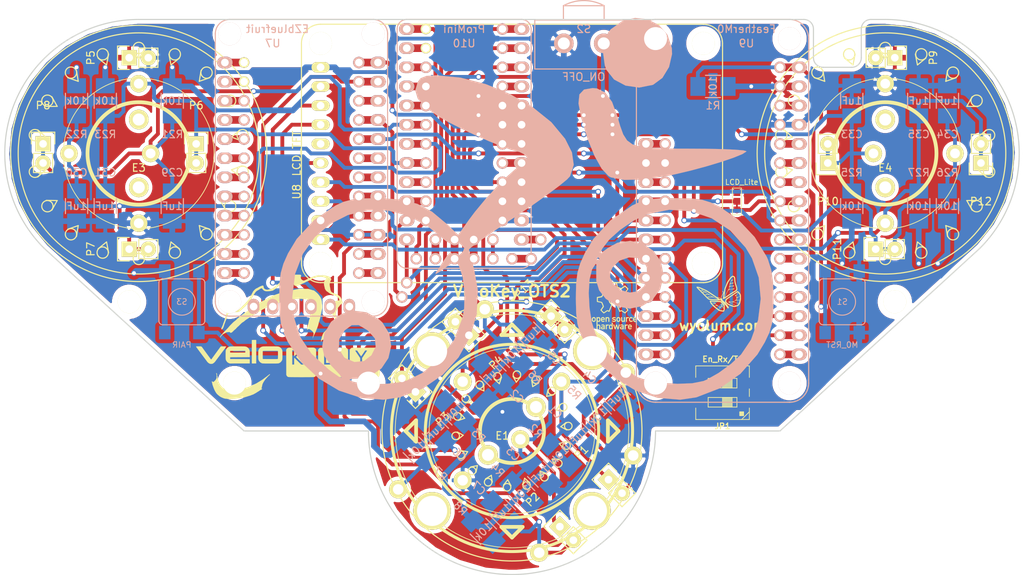
<source format=kicad_pcb>
(kicad_pcb (version 4) (host pcbnew 4.1.0-alpha+201607210716+6990~46~ubuntu15.10.1-product)
  (layers (0 F.Cu signal) (31 B.Cu signal) (34 B.Paste user) (35 F.Paste user) (36 B.SilkS user) (37 F.SilkS user) (38 B.Mask user) (39 F.Mask user) (44 Edge.Cuts user))
  (net 0 "")
  (net 1 "Net-(U7-Pad3)")
  (net 2 "Net-(U7-Pad6)")
  (net 3 "Net-(U7-Pad7)")
  (net 4 "Net-(U7-Pad8)")
  (net 5 "Net-(U7-Pad11)")
  (net 6 "Net-(U7-Pad12)")
  (net 7 "Net-(U7-Pad19)")
  (net 8 "Net-(U7-Pad20)")
  (net 9 "Net-(U7-Pad21)")
  (net 10 "Net-(U7-Pad22)")
  (net 11 "Net-(U7-Pad23)")
  (net 12 "Net-(U7-Pad24)")
  (net 13 "Net-(U7-Pad25)")
  (net 14 "Net-(U7-Pad26)")
  (net 15 "Net-(U7-Pad27)")
  (net 16 "Net-(U7-Pad28)")
  (net 17 "Net-(U7-Pad29)")
  (net 18 "Net-(U7-Pad30)")
  (net 19 "Net-(U9-Pad1)")
  (net 20 "Net-(U9-Pad2)")
  (net 21 "Net-(U9-Pad10)")
  (net 22 "Net-(U9-Pad12)")
  (net 23 "Net-(U9-Pad15)")
  (net 24 "Net-(U9-Pad17)")
  (net 25 "Net-(U9-Pad18)")
  (net 26 "Net-(U9-Pad19)")
  (net 27 "Net-(U9-Pad23)")
  (net 28 "Net-(U9-Pad24)")
  (net 29 "Net-(U9-Pad25)")
  (net 30 "Net-(U10-Pad8)")
  (net 31 "Net-(U10-Pad10)")
  (net 32 "Net-(U10-Pad12)")
  (net 33 "Net-(U10-Pad13)")
  (net 34 "Net-(U10-Pad14)")
  (net 35 "Net-(U10-Pad15)")
  (net 36 "Net-(U10-Pad16)")
  (net 37 "Net-(U10-Pad17)")
  (net 38 "Net-(U10-Pad18)")
  (net 39 "Net-(U10-Pad21)")
  (net 40 "Net-(U10-Pad22)")
  (net 41 "Net-(U10-Pad29)")
  (net 42 /GND)
  (net 43 /VCC)
  (net 44 /L2)
  (net 45 /LITE)
  (net 46 "Net-(U9-Pad28)")
  (net 47 "Net-(R1-Pad2)")
  (net 48 "Net-(U9-Pad22)")
  (net 49 "Net-(S2-Pad2)")
  (net 50 /ECA)
  (net 51 /ECB)
  (net 52 /ECS)
  (net 53 /S2)
  (net 54 /S3)
  (net 55 /S4)
  (net 56 /S5)
  (net 57 /EAS)
  (net 58 /EAB)
  (net 59 /EAA)
  (net 60 /EBS)
  (net 61 /EBB)
  (net 62 /EBA)
  (net 63 /Pair)
  (net 64 /RST)
  (net 65 /DC)
  (net 66 /CS)
  (net 67 /MOSI)
  (net 68 /SCK)
  (net 69 /RXD)
  (net 70 /TXD)
  (net 71 "Net-(U10-Pad4)")
  (net 72 /RX_PRO)
  (net 73 /TX_BLE)
  (net 74 /RX_BLE)
  (net 75 /TX_PRO)
  (module velokey-footprints:TSWB3NCB222LFS (layer F.Cu) (at 92.075 77.47 45)
    (fp_text reference E1 (at -1.347038 -0.449013 180) (layer F.SilkS))
    (fp_text value ENC_C)
    (pad 4 thru_hole circle (at 0 1.57 45) (size 2.4 2.4) (drill 1.4) (layers *.Cu *.Mask F.SilkS) (net 52 /ECS))
    (pad 12 thru_hole circle (at 0 -15 45) (size 5 5) (drill 4) (layers *.Cu *.Mask F.SilkS))
    (pad 2 thru_hole circle (at -9.26 0 45) (size 2.4 2.4) (drill 1.4) (layers *.Cu *.Mask F.SilkS) (net 42 /GND))
    (pad 14 thru_hole circle (at 0 15 45) (size 5 5) (drill 4) (layers *.Cu *.Mask F.SilkS))
    (pad 1 thru_hole circle (at 9.26 0 45) (size 2.4 2.4) (drill 1.4) (layers *.Cu *.Mask F.SilkS) (net 50 /ECA))
    (pad 13 thru_hole circle (at -15 0 45) (size 5 5) (drill 4) (layers *.Cu *.Mask F.SilkS))
    (pad 15 thru_hole circle (at 15 0 45) (size 5 5) (drill 4) (layers *.Cu *.Mask F.SilkS))
    (pad 5 thru_hole circle (at -4.5 0 45) (size 2.6 2.6) (drill 1.6) (layers *.Cu *.Mask F.SilkS))
    (pad 6 thru_hole circle (at 4.5 0 45) (size 2.6 2.6) (drill 1.6) (layers *.Cu *.Mask F.SilkS))
    (pad 9 thru_hole circle (at -16.16 -5.2 45) (size 2.4 2.4) (drill 1.4) (layers *.Cu *.Mask F.SilkS) (net 55 /S4))
    (pad 3 thru_hole circle (at 0 -9.26 45) (size 2.4 2.4) (drill 1.4) (layers *.Cu *.Mask F.SilkS) (net 51 /ECB))
    (pad 8 thru_hole circle (at 8.87 -13.97 45) (size 2.4 2.4) (drill 1.4) (layers *.Cu *.Mask F.SilkS) (net 54 /S3))
    (pad 10 thru_hole circle (at -8.87 13.97 45) (size 2.4 2.4) (drill 1.4) (layers *.Cu *.Mask F.SilkS) (net 56 /S5))
    (pad 11 thru_hole circle (at 9.07 13.67 45) (size 2.4 2.4) (drill 1.4) (layers *.Cu *.Mask F.SilkS) (net 42 /GND))
    (pad 7 thru_hole circle (at 16.16 5.2 45) (size 2.4 2.4) (drill 1.4) (layers *.Cu *.Mask F.SilkS) (net 53 /S2))
  )
  (module velokey-footprints:DIP_2way (layer F.Cu) (at 120.015 72.39 180)
    (fp_text reference JP1 (at 0 -4.445 180) (layer F.SilkS) (effects (font (size 0.762 0.762) (thickness 0.1524))))
    (fp_text value En_Rx/Tx (at 0 4.445 180) (layer F.SilkS) (effects (font (size 0.762 0.762) (thickness 0.1524))))
    (pad 1 smd rect (at -3.937 -1.27 180) (size 3.302 1.27) (layers F.Cu F.Paste F.Mask) (net 69 /RXD))
    (pad 3 smd rect (at -3.937 1.27 180) (size 3.302 1.27) (layers F.Cu F.Paste F.Mask) (net 70 /TXD))
    (pad 4 smd rect (at 3.937 1.27 180) (size 3.302 1.27) (layers F.Cu F.Paste F.Mask) (net 72 /RX_PRO))
    (pad 2 smd rect (at 3.937 -1.27 180) (size 3.302 1.27) (layers F.Cu F.Paste F.Mask) (net 75 /TX_PRO))
  )
  (module velokey-footprints:logo_vk (layer B.Cu) (at 93.98 47.625 180)
    (fp_text reference G3 hide)
    (fp_text value logo_vk hide)
  )
  (module velokey-footprints:LCD_TFT (layer F.Cu) (at 92.075 40.64)
    (fp_text reference U8 (at -28.575 5.08 90) (layer F.SilkS) (effects (font (size 1.016 1.016) (thickness 0.1524))))
    (fp_text value LCD_TFT (at -28.575 0 90) (layer F.SilkS) (effects (font (size 1.016 1.016) (thickness 0.1524))))
    (pad 10 thru_hole oval (at -25.4 -11.43) (size 2.413 1.397) (drill 1.016) (layers *.Cu *.Mask F.SilkS) (net 42 /GND))
    (pad 9 thru_hole oval (at -25.4 -8.89) (size 2.413 1.397) (drill 1.016) (layers *.Cu *.Mask F.SilkS) (net 43 /VCC))
    (pad 8 thru_hole oval (at -25.4 -6.35) (size 2.413 1.397) (drill 1.016) (layers *.Cu *.Mask F.SilkS) (net 64 /RST))
    (pad 7 thru_hole oval (at -25.4 -3.81) (size 2.413 1.397) (drill 1.016) (layers *.Cu *.Mask F.SilkS) (net 65 /DC))
    (pad 6 thru_hole oval (at -25.4 -1.27) (size 2.413 1.397) (drill 1.016) (layers *.Cu *.Mask F.SilkS))
    (pad 5 thru_hole oval (at -25.4 1.27) (size 2.032 1.397) (drill 1.016) (layers *.Cu *.Mask F.SilkS) (net 66 /CS))
    (pad 4 thru_hole oval (at -25.4 3.81) (size 2.413 1.397) (drill 1.016) (layers *.Cu *.Mask F.SilkS) (net 67 /MOSI))
    (pad 3 thru_hole oval (at -25.4 6.35) (size 2.413 1.397) (drill 1.016) (layers *.Cu *.Mask F.SilkS) (net 68 /SCK))
    (pad 2 thru_hole oval (at -25.4 8.89) (size 2.413 1.397) (drill 1.016) (layers *.Cu *.Mask F.SilkS))
    (pad 1 thru_hole oval (at -25.4 11.43) (size 2.413 1.397) (drill 1.016) (layers *.Cu *.Mask F.SilkS) (net 45 /LITE))
    (pad "" np_thru_hole circle (at -25.4 14.605) (size 3.048 3.048) (drill 3.048) (layers *.Cu *.Mask F.SilkS) (clearance 0.762))
    (pad "" np_thru_hole circle (at 25.4 14.605) (size 3.048 3.048) (drill 3.048) (layers *.Cu *.Mask F.SilkS) (clearance 0.762))
    (pad "" np_thru_hole circle (at 25.4 -14.605) (size 3.048 3.048) (drill 3.048) (layers *.Cu *.Mask F.SilkS) (clearance 0.762))
    (pad "" np_thru_hole circle (at -25.4 -14.605) (size 3.048 3.048) (drill 3.048) (layers *.Cu *.Mask F.SilkS) (clearance 0.762))
  )
  (module velokey-footprints:FeatherM0 (layer B.Cu) (at 120.015 48.26 270)
    (fp_text reference U9 (at -22.225 -3.175 180) (layer B.SilkS) (effects (font (size 1.016 1.016) (thickness 0.1524)) (justify mirror)))
    (fp_text value FeatherM0 (at -24.13 -3.175 180) (layer B.SilkS) (effects (font (size 1.016 1.016) (thickness 0.1524)) (justify mirror)))
    (pad 1 thru_hole oval (at 19.05 10.16 270) (size 1.524 2.032) (drill 1.016) (layers *.Cu *.Mask B.SilkS) (net 19 "Net-(U9-Pad1)"))
    (pad 2 thru_hole oval (at 16.51 10.16 270) (size 1.524 2.032) (drill 1.016) (layers *.Cu *.Mask B.SilkS) (net 20 "Net-(U9-Pad2)"))
    (pad 3 thru_hole oval (at 13.97 10.16 270) (size 1.524 2.032) (drill 1.016) (layers *.Cu *.Mask B.SilkS) (net 66 /CS))
    (pad 4 thru_hole oval (at 11.43 10.16 270) (size 1.524 2.032) (drill 1.016) (layers *.Cu *.Mask B.SilkS) (net 65 /DC))
    (pad 5 thru_hole oval (at 8.89 10.16 270) (size 1.524 2.032) (drill 1.016) (layers *.Cu *.Mask B.SilkS) (net 64 /RST))
    (pad 6 thru_hole oval (at 6.35 10.16 270) (size 1.524 2.032) (drill 1.016) (layers *.Cu *.Mask B.SilkS) (net 74 /RX_BLE))
    (pad 7 thru_hole oval (at 3.81 10.16 270) (size 1.524 2.032) (drill 1.016) (layers *.Cu *.Mask B.SilkS) (net 67 /MOSI))
    (pad 8 thru_hole oval (at 1.27 10.16 270) (size 1.524 2.032) (drill 1.016) (layers *.Cu *.Mask B.SilkS) (net 73 /TX_BLE))
    (pad 9 thru_hole oval (at -1.27 10.16 270) (size 1.524 2.032) (drill 1.016) (layers *.Cu *.Mask B.SilkS) (net 68 /SCK))
    (pad 10 thru_hole oval (at -3.81 10.16 270) (size 1.524 2.032) (drill 1.016) (layers *.Cu *.Mask B.SilkS) (net 21 "Net-(U9-Pad10)"))
    (pad 11 thru_hole oval (at -6.35 10.16 270) (size 1.524 2.032) (drill 1.016) (layers *.Cu *.Mask B.SilkS) (net 49 "Net-(S2-Pad2)"))
    (pad 12 thru_hole oval (at -8.89 10.16 270) (size 1.524 2.032) (drill 1.016) (layers *.Cu *.Mask B.SilkS) (net 22 "Net-(U9-Pad12)"))
    (pad 13 thru_hole oval (at -19.05 -10.16 270) (size 1.524 2.032) (drill 1.016) (layers *.Cu *.Mask B.SilkS) (net 47 "Net-(R1-Pad2)"))
    (pad 14 thru_hole oval (at -16.51 -10.16 270) (size 1.524 2.032) (drill 1.016) (layers *.Cu *.Mask B.SilkS) (net 43 /VCC))
    (pad 15 thru_hole oval (at -13.97 -10.16 270) (size 1.524 2.032) (drill 1.016) (layers *.Cu *.Mask B.SilkS) (net 23 "Net-(U9-Pad15)"))
    (pad 16 thru_hole oval (at -11.43 -10.16 270) (size 1.524 2.032) (drill 1.016) (layers *.Cu *.Mask B.SilkS) (net 42 /GND))
    (pad 17 thru_hole oval (at -8.89 -10.16 270) (size 1.524 2.032) (drill 1.016) (layers *.Cu *.Mask B.SilkS) (net 24 "Net-(U9-Pad17)"))
    (pad 18 thru_hole oval (at -6.35 -10.16 270) (size 1.524 2.032) (drill 1.016) (layers *.Cu *.Mask B.SilkS) (net 25 "Net-(U9-Pad18)"))
    (pad 19 thru_hole oval (at -3.81 -10.16 270) (size 1.524 2.032) (drill 1.016) (layers *.Cu *.Mask B.SilkS) (net 26 "Net-(U9-Pad19)"))
    (pad 20 thru_hole oval (at -1.27 -10.16 270) (size 1.524 2.032) (drill 1.016) (layers *.Cu *.Mask B.SilkS) (net 45 /LITE))
    (pad 21 thru_hole oval (at 1.27 -10.16 270) (size 1.524 2.032) (drill 1.016) (layers *.Cu *.Mask B.SilkS) (net 44 /L2))
    (pad 22 thru_hole oval (at 3.81 -10.16 270) (size 1.524 2.032) (drill 1.016) (layers *.Cu *.Mask B.SilkS) (net 48 "Net-(U9-Pad22)"))
    (pad 23 thru_hole oval (at 6.35 -10.16 270) (size 1.524 2.032) (drill 1.016) (layers *.Cu *.Mask B.SilkS) (net 27 "Net-(U9-Pad23)"))
    (pad 24 thru_hole oval (at 8.89 -10.16 270) (size 1.524 2.032) (drill 1.016) (layers *.Cu *.Mask B.SilkS) (net 28 "Net-(U9-Pad24)"))
    (pad 25 thru_hole oval (at 11.43 -10.16 270) (size 1.524 2.032) (drill 1.016) (layers *.Cu *.Mask B.SilkS) (net 29 "Net-(U9-Pad25)"))
    (pad 26 thru_hole oval (at 13.97 -10.16 270) (size 1.524 2.032) (drill 1.016) (layers *.Cu *.Mask B.SilkS) (net 69 /RXD))
    (pad 27 thru_hole oval (at 16.51 -10.16 270) (size 1.524 2.032) (drill 1.016) (layers *.Cu *.Mask B.SilkS) (net 70 /TXD))
    (pad 28 thru_hole oval (at 19.05 -10.16 270) (size 1.524 2.032) (drill 1.016) (layers *.Cu *.Mask B.SilkS) (net 46 "Net-(U9-Pad28)"))
    (pad "" np_thru_hole circle (at -22.86 8.89 270) (size 3.048 3.048) (drill 3.048) (layers *.Cu *.Mask B.SilkS) (clearance 0.762))
    (pad "" np_thru_hole circle (at -22.86 -8.89 270) (size 3.048 3.048) (drill 3.048) (layers *.Cu *.Mask B.SilkS) (clearance 0.762))
    (pad 1 thru_hole circle (at 19.05 7.62 270) (size 1.524 1.524) (drill 1.016) (layers *.Cu *.Mask B.SilkS) (net 19 "Net-(U9-Pad1)"))
    (pad 2 thru_hole circle (at 16.51 7.62 270) (size 1.524 1.524) (drill 1.016) (layers *.Cu *.Mask B.SilkS) (net 20 "Net-(U9-Pad2)"))
    (pad 3 thru_hole circle (at 13.97 7.62 270) (size 1.524 1.524) (drill 1.016) (layers *.Cu *.Mask B.SilkS) (net 66 /CS))
    (pad 4 thru_hole circle (at 11.43 7.62 270) (size 1.524 1.524) (drill 1.016) (layers *.Cu *.Mask B.SilkS) (net 65 /DC))
    (pad 5 thru_hole circle (at 8.89 7.62 270) (size 1.524 1.524) (drill 1.016) (layers *.Cu *.Mask B.SilkS) (net 64 /RST))
    (pad 6 thru_hole circle (at 6.35 7.62 270) (size 1.524 1.524) (drill 1.016) (layers *.Cu *.Mask B.SilkS) (net 74 /RX_BLE))
    (pad 7 thru_hole circle (at 3.81 7.62 270) (size 1.524 1.524) (drill 1.016) (layers *.Cu *.Mask B.SilkS) (net 67 /MOSI))
    (pad 8 thru_hole circle (at 1.27 7.62 270) (size 1.524 1.524) (drill 1.016) (layers *.Cu *.Mask B.SilkS) (net 73 /TX_BLE))
    (pad 9 thru_hole circle (at -1.27 7.62 270) (size 1.524 1.524) (drill 1.016) (layers *.Cu *.Mask B.SilkS) (net 68 /SCK))
    (pad 10 thru_hole circle (at -3.81 7.62 270) (size 1.524 1.524) (drill 1.016) (layers *.Cu *.Mask B.SilkS) (net 21 "Net-(U9-Pad10)"))
    (pad 11 thru_hole circle (at -6.35 7.62 270) (size 1.524 1.524) (drill 1.016) (layers *.Cu *.Mask B.SilkS) (net 49 "Net-(S2-Pad2)"))
    (pad 12 thru_hole circle (at -8.89 7.62 270) (size 1.524 1.524) (drill 1.016) (layers *.Cu *.Mask B.SilkS) (net 22 "Net-(U9-Pad12)"))
    (pad 13 thru_hole circle (at -19.05 -7.62 270) (size 1.524 1.524) (drill 1.016) (layers *.Cu *.Mask B.SilkS) (net 47 "Net-(R1-Pad2)"))
    (pad 14 thru_hole circle (at -16.51 -7.62 270) (size 1.524 1.524) (drill 1.016) (layers *.Cu *.Mask B.SilkS) (net 43 /VCC))
    (pad 15 thru_hole circle (at -13.97 -7.62 270) (size 1.524 1.524) (drill 1.016) (layers *.Cu *.Mask B.SilkS) (net 23 "Net-(U9-Pad15)"))
    (pad 16 thru_hole circle (at -11.43 -7.62 270) (size 1.524 1.524) (drill 1.016) (layers *.Cu *.Mask B.SilkS) (net 42 /GND))
    (pad 17 thru_hole circle (at -8.89 -7.62 270) (size 1.524 1.524) (drill 1.016) (layers *.Cu *.Mask B.SilkS) (net 24 "Net-(U9-Pad17)"))
    (pad 18 thru_hole circle (at -6.35 -7.62 270) (size 1.524 1.524) (drill 1.016) (layers *.Cu *.Mask B.SilkS) (net 25 "Net-(U9-Pad18)"))
    (pad 19 thru_hole circle (at -3.81 -7.62 270) (size 1.524 1.524) (drill 1.016) (layers *.Cu *.Mask B.SilkS) (net 26 "Net-(U9-Pad19)"))
    (pad 20 thru_hole circle (at -1.27 -7.62 270) (size 1.524 1.524) (drill 1.016) (layers *.Cu *.Mask B.SilkS) (net 45 /LITE))
    (pad 21 thru_hole circle (at 1.27 -7.62 270) (size 1.524 1.524) (drill 1.016) (layers *.Cu *.Mask B.SilkS) (net 44 /L2))
    (pad 22 thru_hole circle (at 3.81 -7.62 270) (size 1.524 1.524) (drill 1.016) (layers *.Cu *.Mask B.SilkS) (net 48 "Net-(U9-Pad22)"))
    (pad 23 thru_hole circle (at 6.35 -7.62 270) (size 1.524 1.524) (drill 1.016) (layers *.Cu *.Mask B.SilkS) (net 27 "Net-(U9-Pad23)"))
    (pad 24 thru_hole circle (at 8.89 -7.62 270) (size 1.524 1.524) (drill 1.016) (layers *.Cu *.Mask B.SilkS) (net 28 "Net-(U9-Pad24)"))
    (pad 25 thru_hole circle (at 11.43 -7.62 270) (size 1.524 1.524) (drill 1.016) (layers *.Cu *.Mask B.SilkS) (net 29 "Net-(U9-Pad25)"))
    (pad 26 thru_hole circle (at 13.97 -7.62 270) (size 1.524 1.524) (drill 1.016) (layers *.Cu *.Mask B.SilkS) (net 69 /RXD))
    (pad 27 thru_hole circle (at 16.51 -7.62 270) (size 1.524 1.524) (drill 1.016) (layers *.Cu *.Mask B.SilkS) (net 70 /TXD))
    (pad 28 thru_hole circle (at 19.05 -7.62 270) (size 1.524 1.524) (drill 1.016) (layers *.Cu *.Mask B.SilkS) (net 46 "Net-(U9-Pad28)"))
    (pad "" np_thru_hole circle (at 22.86 8.89 270) (size 3.048 3.048) (drill 3.048) (layers *.Cu *.Mask B.SilkS) (clearance 0.762))
    (pad "" np_thru_hole circle (at 22.86 -8.89 270) (size 3.048 3.048) (drill 3.048) (layers *.Cu *.Mask B.SilkS) (clearance 0.762))
  )
  (module velokey-footprints:SW_SMD (layer B.Cu) (at 135.89 60.325 180)
    (fp_text reference S1 (at 0 0 180) (layer B.SilkS) (effects (font (size 0.762 0.762) (thickness 0.1016)) (justify mirror)))
    (fp_text value M0_RST (at 0 -5.715 180) (layer B.SilkS) (effects (font (size 0.762 0.762) (thickness 0.1016)) (justify mirror)))
    (pad 1 smd rect (at -2.2606 4.0894 270) (size 1.778 1.524) (layers B.Cu B.Paste B.Mask) (net 42 /GND))
    (pad 1 smd rect (at -2.2606 -4.0894 270) (size 1.778 1.524) (layers B.Cu B.Paste B.Mask) (net 42 /GND))
    (pad 2 smd rect (at 2.2606 -4.0894 270) (size 1.778 1.524) (layers B.Cu B.Paste B.Mask) (net 47 "Net-(R1-Pad2)"))
    (pad 2 smd rect (at 2.2606 4.0894 270) (size 1.778 1.524) (layers B.Cu B.Paste B.Mask) (net 47 "Net-(R1-Pad2)"))
  )
  (module velokey-footprints:EZ_bluefruit (layer B.Cu) (at 64.135 42.545 90)
    (fp_text reference U7 (at 16.51 -3.81 180) (layer B.SilkS) (effects (font (size 1.016 1.016) (thickness 0.1524)) (justify mirror)))
    (fp_text value EZbluefruit (at 18.415 -3.175 180) (layer B.SilkS) (effects (font (size 1.016 1.016) (thickness 0.1524)) (justify mirror)))
    (pad 1 thru_hole oval (at 13.97 10.16 90) (size 1.524 2.032) (drill 1.016) (layers *.Cu *.Mask B.SilkS) (net 73 /TX_BLE))
    (pad 2 thru_hole oval (at 11.43 10.16 90) (size 1.524 2.032) (drill 1.016) (layers *.Cu *.Mask B.SilkS) (net 74 /RX_BLE))
    (pad 3 thru_hole oval (at 8.89 10.16 90) (size 1.524 2.032) (drill 1.016) (layers *.Cu *.Mask B.SilkS) (net 1 "Net-(U7-Pad3)"))
    (pad 4 thru_hole oval (at 6.35 10.16 90) (size 1.524 2.032) (drill 1.016) (layers *.Cu *.Mask B.SilkS) (net 63 /Pair))
    (pad 5 thru_hole oval (at 3.81 10.16 90) (size 1.524 2.032) (drill 1.016) (layers *.Cu *.Mask B.SilkS) (net 44 /L2))
    (pad 6 thru_hole oval (at 1.27 10.16 90) (size 1.524 2.032) (drill 1.016) (layers *.Cu *.Mask B.SilkS) (net 2 "Net-(U7-Pad6)"))
    (pad 7 thru_hole oval (at -1.27 10.16 90) (size 1.524 2.032) (drill 1.016) (layers *.Cu *.Mask B.SilkS) (net 3 "Net-(U7-Pad7)"))
    (pad 8 thru_hole oval (at -3.81 10.16 90) (size 1.524 2.032) (drill 1.016) (layers *.Cu *.Mask B.SilkS) (net 4 "Net-(U7-Pad8)"))
    (pad 9 thru_hole oval (at -6.35 10.16 90) (size 1.524 2.032) (drill 1.016) (layers *.Cu *.Mask B.SilkS) (net 43 /VCC))
    (pad 10 thru_hole oval (at -8.89 10.16 90) (size 1.524 2.032) (drill 1.016) (layers *.Cu *.Mask B.SilkS) (net 42 /GND))
    (pad 11 thru_hole oval (at -11.43 10.16 90) (size 1.524 2.032) (drill 1.016) (layers *.Cu *.Mask B.SilkS) (net 5 "Net-(U7-Pad11)"))
    (pad 12 thru_hole oval (at -13.97 10.16 90) (size 1.524 2.032) (drill 1.016) (layers *.Cu *.Mask B.SilkS) (net 6 "Net-(U7-Pad12)"))
    (pad 13 thru_hole oval (at -18.415 6.35 90) (size 2.032 1.524) (drill 1.016) (layers *.Cu *.Mask B.SilkS))
    (pad 14 thru_hole oval (at -18.415 3.81 90) (size 2.032 1.524) (drill 1.016) (layers *.Cu *.Mask B.SilkS))
    (pad 15 thru_hole oval (at -18.415 1.27 90) (size 2.032 1.524) (drill 1.016) (layers *.Cu *.Mask B.SilkS))
    (pad 16 thru_hole oval (at -18.415 -1.27 90) (size 2.032 1.524) (drill 1.016) (layers *.Cu *.Mask B.SilkS))
    (pad 17 thru_hole oval (at -18.415 -3.81 90) (size 2.032 1.524) (drill 1.016) (layers *.Cu *.Mask B.SilkS))
    (pad 18 thru_hole oval (at -18.415 -6.35 90) (size 2.032 1.524) (drill 1.016) (layers *.Cu *.Mask B.SilkS))
    (pad 19 thru_hole oval (at -13.97 -10.16 90) (size 1.524 2.032) (drill 1.016) (layers *.Cu *.Mask B.SilkS) (net 7 "Net-(U7-Pad19)"))
    (pad 20 thru_hole oval (at -11.43 -10.16 90) (size 1.524 2.032) (drill 1.016) (layers *.Cu *.Mask B.SilkS) (net 8 "Net-(U7-Pad20)"))
    (pad 21 thru_hole oval (at -8.89 -10.16 90) (size 1.524 2.032) (drill 1.016) (layers *.Cu *.Mask B.SilkS) (net 9 "Net-(U7-Pad21)"))
    (pad 22 thru_hole oval (at -6.35 -10.16 90) (size 1.524 2.032) (drill 1.016) (layers *.Cu *.Mask B.SilkS) (net 10 "Net-(U7-Pad22)"))
    (pad 23 thru_hole oval (at -3.81 -10.16 90) (size 1.524 2.032) (drill 1.016) (layers *.Cu *.Mask B.SilkS) (net 11 "Net-(U7-Pad23)"))
    (pad 24 thru_hole oval (at -1.27 -10.16 90) (size 1.524 2.032) (drill 1.016) (layers *.Cu *.Mask B.SilkS) (net 12 "Net-(U7-Pad24)"))
    (pad 25 thru_hole oval (at 1.27 -10.16 90) (size 1.524 2.032) (drill 1.016) (layers *.Cu *.Mask B.SilkS) (net 13 "Net-(U7-Pad25)"))
    (pad 26 thru_hole oval (at 3.81 -10.16 90) (size 1.524 2.032) (drill 1.016) (layers *.Cu *.Mask B.SilkS) (net 14 "Net-(U7-Pad26)"))
    (pad 27 thru_hole oval (at 6.35 -10.16 90) (size 1.524 2.032) (drill 1.016) (layers *.Cu *.Mask B.SilkS) (net 15 "Net-(U7-Pad27)"))
    (pad 28 thru_hole oval (at 8.89 -10.16 90) (size 1.524 2.032) (drill 1.016) (layers *.Cu *.Mask B.SilkS) (net 16 "Net-(U7-Pad28)"))
    (pad 29 thru_hole oval (at 11.43 -10.16 90) (size 1.524 2.032) (drill 1.016) (layers *.Cu *.Mask B.SilkS) (net 17 "Net-(U7-Pad29)"))
    (pad 30 thru_hole oval (at 13.97 -10.16 90) (size 1.524 2.032) (drill 1.016) (layers *.Cu *.Mask B.SilkS) (net 18 "Net-(U7-Pad30)"))
    (pad "" np_thru_hole circle (at -17.78 9.525 90) (size 3.048 3.048) (drill 3.048) (layers *.Cu *.Mask B.SilkS) (clearance 0.762))
    (pad "" np_thru_hole circle (at -17.78 -9.525 90) (size 3.048 3.048) (drill 3.048) (layers *.Cu *.Mask B.SilkS) (clearance 0.762))
    (pad "" np_thru_hole circle (at 17.78 -9.525 90) (size 3.048 3.048) (drill 3.048) (layers *.Cu *.Mask B.SilkS) (clearance 0.762))
    (pad "" np_thru_hole circle (at 17.78 9.525 90) (size 3.048 3.048) (drill 3.048) (layers *.Cu *.Mask B.SilkS) (clearance 0.762))
    (pad 1 thru_hole oval (at 13.97 7.62 90) (size 1.524 1.524) (drill 1.016) (layers *.Cu *.Mask B.SilkS) (net 73 /TX_BLE))
    (pad 2 thru_hole oval (at 11.43 7.62 90) (size 1.524 1.524) (drill 1.016) (layers *.Cu *.Mask B.SilkS) (net 74 /RX_BLE))
    (pad 3 thru_hole oval (at 8.89 7.62 90) (size 1.524 1.524) (drill 1.016) (layers *.Cu *.Mask B.SilkS) (net 1 "Net-(U7-Pad3)"))
    (pad 4 thru_hole oval (at 6.35 7.62 90) (size 1.524 1.524) (drill 1.016) (layers *.Cu *.Mask B.SilkS) (net 63 /Pair))
    (pad 5 thru_hole oval (at 3.81 7.62 90) (size 1.524 1.524) (drill 1.016) (layers *.Cu *.Mask B.SilkS) (net 44 /L2))
    (pad 6 thru_hole oval (at 1.27 7.62 90) (size 1.524 1.524) (drill 1.016) (layers *.Cu *.Mask B.SilkS) (net 2 "Net-(U7-Pad6)"))
    (pad 7 thru_hole oval (at -1.27 7.62 90) (size 1.524 1.524) (drill 1.016) (layers *.Cu *.Mask B.SilkS) (net 3 "Net-(U7-Pad7)"))
    (pad 8 thru_hole oval (at -3.81 7.62 90) (size 1.524 1.524) (drill 1.016) (layers *.Cu *.Mask B.SilkS) (net 4 "Net-(U7-Pad8)"))
    (pad 9 thru_hole oval (at -6.35 7.62 90) (size 1.524 1.524) (drill 1.016) (layers *.Cu *.Mask B.SilkS) (net 43 /VCC))
    (pad 10 thru_hole oval (at -8.89 7.62 90) (size 1.524 1.524) (drill 1.016) (layers *.Cu *.Mask B.SilkS) (net 42 /GND))
    (pad 11 thru_hole oval (at -11.43 7.62 90) (size 1.524 1.524) (drill 1.016) (layers *.Cu *.Mask B.SilkS) (net 5 "Net-(U7-Pad11)"))
    (pad 12 thru_hole oval (at -13.97 7.62 90) (size 1.524 1.524) (drill 1.016) (layers *.Cu *.Mask B.SilkS) (net 6 "Net-(U7-Pad12)"))
    (pad 19 thru_hole oval (at -13.97 -7.62 90) (size 1.524 1.524) (drill 1.016) (layers *.Cu *.Mask B.SilkS) (net 7 "Net-(U7-Pad19)"))
    (pad 20 thru_hole oval (at -11.43 -7.62 90) (size 1.524 1.524) (drill 1.016) (layers *.Cu *.Mask B.SilkS) (net 8 "Net-(U7-Pad20)"))
    (pad 21 thru_hole oval (at -8.89 -7.62 90) (size 1.524 1.524) (drill 1.016) (layers *.Cu *.Mask B.SilkS) (net 9 "Net-(U7-Pad21)"))
    (pad 22 thru_hole oval (at -6.35 -7.62 90) (size 1.524 1.524) (drill 1.016) (layers *.Cu *.Mask B.SilkS) (net 10 "Net-(U7-Pad22)"))
    (pad 23 thru_hole oval (at -3.81 -7.62 90) (size 1.524 1.524) (drill 1.016) (layers *.Cu *.Mask B.SilkS) (net 11 "Net-(U7-Pad23)"))
    (pad 24 thru_hole oval (at -1.27 -7.62 90) (size 1.524 1.524) (drill 1.016) (layers *.Cu *.Mask B.SilkS) (net 12 "Net-(U7-Pad24)"))
    (pad 25 thru_hole oval (at 1.27 -7.62 90) (size 1.524 1.524) (drill 1.016) (layers *.Cu *.Mask B.SilkS) (net 13 "Net-(U7-Pad25)"))
    (pad 26 thru_hole oval (at 3.81 -7.62 90) (size 1.524 1.524) (drill 1.016) (layers *.Cu *.Mask B.SilkS) (net 14 "Net-(U7-Pad26)"))
    (pad 27 thru_hole oval (at 6.35 -7.62 90) (size 1.524 1.524) (drill 1.016) (layers *.Cu *.Mask B.SilkS) (net 15 "Net-(U7-Pad27)"))
    (pad 28 thru_hole oval (at 8.89 -7.62 90) (size 1.524 1.524) (drill 1.016) (layers *.Cu *.Mask B.SilkS) (net 16 "Net-(U7-Pad28)"))
    (pad 29 thru_hole oval (at 11.43 -7.62 90) (size 1.397 1.397) (drill 1.016) (layers *.Cu *.Mask F.SilkS) (net 17 "Net-(U7-Pad29)"))
    (pad 30 thru_hole oval (at 13.97 -7.62 90) (size 1.397 1.397) (drill 1.016) (layers *.Cu *.Mask F.SilkS) (net 18 "Net-(U7-Pad30)"))
  )
  (module velokey-footprints:MountingHole_3mm (layer F.Cu) (at 73.025 71.12)
    (fp_text reference H3 hide)
    (fp_text value MTG_HOLE hide)
    (pad "" np_thru_hole circle (at 0 0) (size 3.048 3.048) (drill 3.048) (layers *.Cu *.Mask F.SilkS) (clearance 0.762))
  )
  (module velokey-footprints:MountingHole_3mm (layer F.Cu) (at 55.245 71.12)
    (fp_text reference H2 hide)
    (fp_text value MTG_HOLE hide)
    (pad "" np_thru_hole circle (at 0 0) (size 3.048 3.048) (drill 3.048) (layers *.Cu *.Mask F.SilkS) (clearance 0.762))
  )
  (module velokey-footprints:MountingHole_3mm (layer F.Cu) (at 142.875 60.325)
    (fp_text reference H4 hide)
    (fp_text value MTG_HOLE hide)
    (pad "" np_thru_hole circle (at 0 0) (size 3.048 3.048) (drill 3.048) (layers *.Cu *.Mask F.SilkS) (clearance 0.762))
  )
  (module velokey-footprints:MountingHole_3mm (layer F.Cu) (at 41.275 60.325)
    (fp_text reference H1 hide)
    (fp_text value MTG_HOLE hide)
    (pad "" np_thru_hole circle (at 0 0) (size 3.048 3.048) (drill 3.048) (layers *.Cu *.Mask F.SilkS) (clearance 0.762))
  )
  (module velokey-footprints:C_1210_HandSoldering (layer B.Cu) (at 146.05 33.655 90)
    (fp_text reference C35 (at -4.445 0 180) (layer B.SilkS) (effects (justify mirror)))
    (fp_text value 1uF (at 0 0 180) (layer B.SilkS) (effects (justify mirror)))
    (pad 1 smd rect (at -2 0 90) (size 2 2.5) (layers B.Cu B.Paste B.Mask) (net 62 /EBA))
    (pad 2 smd rect (at 2 0 90) (size 2 2.5) (layers B.Cu B.Paste B.Mask) (net 42 /GND))
  )
  (module velokey-footprints:C_1210_HandSoldering (layer B.Cu) (at 149.86 33.655 90)
    (fp_text reference C34 (at -4.445 0 180) (layer B.SilkS) (effects (justify mirror)))
    (fp_text value 1uF (at 0 0 180) (layer B.SilkS) (effects (justify mirror)))
    (pad 1 smd rect (at -2 0 90) (size 2 2.5) (layers B.Cu B.Paste B.Mask) (net 61 /EBB))
    (pad 2 smd rect (at 2 0 90) (size 2 2.5) (layers B.Cu B.Paste B.Mask) (net 42 /GND))
  )
  (module velokey-footprints:C_1210_HandSoldering (layer B.Cu) (at 137.16 33.655 90)
    (fp_text reference C33 (at -4.445 0 180) (layer B.SilkS) (effects (justify mirror)))
    (fp_text value 1uF (at 0 0) (layer B.SilkS) (effects (justify mirror)))
    (pad 1 smd rect (at -2 0 90) (size 2 2.5) (layers B.Cu B.Paste B.Mask) (net 60 /EBS))
    (pad 2 smd rect (at 2 0 90) (size 2 2.5) (layers B.Cu B.Paste B.Mask) (net 42 /GND))
  )
  (module velokey-footprints:C_1210_HandSoldering (layer B.Cu) (at 38.1 47.625 270)
    (fp_text reference C31 (at -4.445 0) (layer B.SilkS) (effects (justify mirror)))
    (fp_text value 1uF (at 0 0) (layer B.SilkS) (effects (justify mirror)))
    (pad 1 smd rect (at -2 0 270) (size 2 2.5) (layers B.Cu B.Paste B.Mask) (net 59 /EAA))
    (pad 2 smd rect (at 2 0 270) (size 2 2.5) (layers B.Cu B.Paste B.Mask) (net 42 /GND))
  )
  (module velokey-footprints:C_1210_HandSoldering (layer B.Cu) (at 34.29 47.625 270)
    (fp_text reference C30 (at -4.445 0) (layer B.SilkS) (effects (justify mirror)))
    (fp_text value 1uF (at 0 0) (layer B.SilkS) (effects (justify mirror)))
    (pad 1 smd rect (at -2 0 270) (size 2 2.5) (layers B.Cu B.Paste B.Mask) (net 58 /EAB))
    (pad 2 smd rect (at 2 0 270) (size 2 2.5) (layers B.Cu B.Paste B.Mask) (net 42 /GND))
  )
  (module velokey-footprints:C_1210_HandSoldering (layer B.Cu) (at 46.99 47.625 270)
    (fp_text reference C29 (at -4.445 0) (layer B.SilkS) (effects (justify mirror)))
    (fp_text value 1uF (at 0 0) (layer B.SilkS) (effects (justify mirror)))
    (pad 1 smd rect (at -2 0 270) (size 2 2.5) (layers B.Cu B.Paste B.Mask) (net 57 /EAS))
    (pad 2 smd rect (at 2 0 270) (size 2 2.5) (layers B.Cu B.Paste B.Mask) (net 42 /GND))
  )
  (module velokey-footprints:C_1210_HandSoldering (layer B.Cu) (at 90.805 88.265 135)
    (fp_text reference C7 (at 4.490128 0 135) (layer B.SilkS) (effects (justify mirror)))
    (fp_text value 1uF (at 0 0 225) (layer B.SilkS) (effects (justify mirror)))
    (pad 1 smd rect (at -2 0 135) (size 2 2.5) (layers B.Cu B.Paste B.Mask) (net 56 /S5))
    (pad 2 smd rect (at 2 0 135) (size 2 2.5) (layers B.Cu B.Paste B.Mask) (net 42 /GND))
  )
  (module velokey-footprints:C_1210_HandSoldering (layer B.Cu) (at 81.915 77.47 135)
    (fp_text reference C6 (at -4.490128 0 135) (layer B.SilkS) (effects (justify mirror)))
    (fp_text value 1uF (at 0 0 45) (layer B.SilkS) (effects (justify mirror)))
    (pad 1 smd rect (at -2 0 135) (size 2 2.5) (layers B.Cu B.Paste B.Mask) (net 55 /S4))
    (pad 2 smd rect (at 2 0 135) (size 2 2.5) (layers B.Cu B.Paste B.Mask) (net 42 /GND))
  )
  (module velokey-footprints:C_1210_HandSoldering (layer B.Cu) (at 94.615 64.77 315)
    (fp_text reference C5 (at 4.310523 0 315) (layer B.SilkS) (effects (justify mirror)))
    (fp_text value 1uF (at 0 0 45) (layer B.SilkS) (effects (justify mirror)))
    (pad 1 smd rect (at -2 0 315) (size 2 2.5) (layers B.Cu B.Paste B.Mask) (net 54 /S3))
    (pad 2 smd rect (at 2 0 315) (size 2 2.5) (layers B.Cu B.Paste B.Mask) (net 42 /GND))
  )
  (module velokey-footprints:C_1210_HandSoldering (layer B.Cu) (at 106.045 73.025 315)
    (fp_text reference C4 (at -4.490128 0.71842 315) (layer B.SilkS) (effects (justify mirror)))
    (fp_text value 1uF (at 0 0 45) (layer B.SilkS) (effects (justify mirror)))
    (pad 1 smd rect (at -2 0 315) (size 2 2.5) (layers B.Cu B.Paste B.Mask) (net 53 /S2))
    (pad 2 smd rect (at 2 0 315) (size 2 2.5) (layers B.Cu B.Paste B.Mask) (net 42 /GND))
  )
  (module velokey-footprints:C_1210_HandSoldering (layer B.Cu) (at 95.885 83.185 315)
    (fp_text reference C3 (at -4.490128 0.71842 315) (layer B.SilkS) (effects (justify mirror)))
    (fp_text value 1uF (at 0 0 45) (layer B.SilkS) (effects (justify mirror)))
    (pad 1 smd rect (at -2 0 315) (size 2 2.5) (layers B.Cu B.Paste B.Mask) (net 52 /ECS))
    (pad 2 smd rect (at 2 0 315) (size 2 2.5) (layers B.Cu B.Paste B.Mask) (net 42 /GND))
  )
  (module velokey-footprints:C_1210_HandSoldering (layer B.Cu) (at 89.535 69.85 315)
    (fp_text reference C2 (at 4.400325 -0.089803 315) (layer B.SilkS) (effects (justify mirror)))
    (fp_text value 1uF (at 0 0 45) (layer B.SilkS) (effects (justify mirror)))
    (pad 1 smd rect (at -2 0 315) (size 2 2.5) (layers B.Cu B.Paste B.Mask) (net 51 /ECB))
    (pad 2 smd rect (at 2 0 315) (size 2 2.5) (layers B.Cu B.Paste B.Mask) (net 42 /GND))
  )
  (module velokey-footprints:C_1210_HandSoldering (layer B.Cu) (at 100.965 78.105 315)
    (fp_text reference C1 (at -4.490128 0 315) (layer B.SilkS) (effects (justify mirror)))
    (fp_text value 1uF (at 0 0 45) (layer B.SilkS) (effects (justify mirror)))
    (pad 1 smd rect (at -2 0 315) (size 2 2.5) (layers B.Cu B.Paste B.Mask) (net 50 /ECA))
    (pad 2 smd rect (at 2 0 315) (size 2 2.5) (layers B.Cu B.Paste B.Mask) (net 42 /GND))
  )
  (module velokey-footprints:R_1210_HandSoldering (layer B.Cu) (at 146.05 47.625 90)
    (fp_text reference R27 (at 4.445 0 180) (layer B.SilkS) (effects (justify mirror)))
    (fp_text value 10k (at 0 0 180) (layer B.SilkS) (effects (justify mirror)))
    (pad 1 smd rect (at -2 0 90) (size 2 2.5) (layers B.Cu B.Paste B.Mask) (net 43 /VCC))
    (pad 2 smd rect (at 2 0 90) (size 2 2.5) (layers B.Cu B.Paste B.Mask) (net 62 /EBA))
  )
  (module velokey-footprints:R_1210_HandSoldering (layer B.Cu) (at 149.86 47.625 90)
    (fp_text reference R26 (at 4.445 0 180) (layer B.SilkS) (effects (justify mirror)))
    (fp_text value 10k (at 0 0 180) (layer B.SilkS) (effects (justify mirror)))
    (pad 1 smd rect (at -2 0 90) (size 2 2.5) (layers B.Cu B.Paste B.Mask) (net 43 /VCC))
    (pad 2 smd rect (at 2 0 90) (size 2 2.5) (layers B.Cu B.Paste B.Mask) (net 61 /EBB))
  )
  (module velokey-footprints:R_1210_HandSoldering (layer B.Cu) (at 137.16 47.625 90)
    (fp_text reference R25 (at 4.445 0 180) (layer B.SilkS) (effects (justify mirror)))
    (fp_text value 10k (at 0 0 180) (layer B.SilkS) (effects (justify mirror)))
    (pad 1 smd rect (at -2 0 90) (size 2 2.5) (layers B.Cu B.Paste B.Mask) (net 43 /VCC))
    (pad 2 smd rect (at 2 0 90) (size 2 2.5) (layers B.Cu B.Paste B.Mask) (net 60 /EBS))
  )
  (module velokey-footprints:R_1210_HandSoldering (layer B.Cu) (at 38.1 33.655 270)
    (fp_text reference R23 (at 4.445 0) (layer B.SilkS) (effects (justify mirror)))
    (fp_text value 10k (at 0 0) (layer B.SilkS) (effects (justify mirror)))
    (pad 1 smd rect (at -2 0 270) (size 2 2.5) (layers B.Cu B.Paste B.Mask) (net 43 /VCC))
    (pad 2 smd rect (at 2 0 270) (size 2 2.5) (layers B.Cu B.Paste B.Mask) (net 59 /EAA))
  )
  (module velokey-footprints:R_1210_HandSoldering (layer B.Cu) (at 34.29 33.655 270)
    (fp_text reference R22 (at 4.445 0) (layer B.SilkS) (effects (justify mirror)))
    (fp_text value 10k (at 0 0) (layer B.SilkS) (effects (justify mirror)))
    (pad 1 smd rect (at -2 0 270) (size 2 2.5) (layers B.Cu B.Paste B.Mask) (net 43 /VCC))
    (pad 2 smd rect (at 2 0 270) (size 2 2.5) (layers B.Cu B.Paste B.Mask) (net 58 /EAB))
  )
  (module velokey-footprints:R_1210_HandSoldering (layer B.Cu) (at 46.99 33.655 270)
    (fp_text reference R21 (at 4.445 0) (layer B.SilkS) (effects (justify mirror)))
    (fp_text value 10k (at 0 0) (layer B.SilkS) (effects (justify mirror)))
    (pad 1 smd rect (at -2 0 270) (size 2 2.5) (layers B.Cu B.Paste B.Mask) (net 43 /VCC))
    (pad 2 smd rect (at 2 0 270) (size 2 2.5) (layers B.Cu B.Paste B.Mask) (net 57 /EAS))
  )
  (module velokey-footprints:R_1210_HandSoldering (layer B.Cu) (at 88.265 90.805 315)
    (fp_text reference R8 (at -4.310523 0 315) (layer B.SilkS) (effects (justify mirror)))
    (fp_text value 10k (at 0 0 45) (layer B.SilkS) (effects (justify mirror)))
    (pad 1 smd rect (at -2 0 315) (size 2 2.5) (layers B.Cu B.Paste B.Mask) (net 43 /VCC))
    (pad 2 smd rect (at 2 0 315) (size 2 2.5) (layers B.Cu B.Paste B.Mask) (net 56 /S5))
  )
  (module velokey-footprints:R_1210_HandSoldering (layer B.Cu) (at 79.375 80.01 315)
    (fp_text reference R7 (at 4.490128 0 315) (layer B.SilkS) (effects (justify mirror)))
    (fp_text value 10k (at 0 0 45) (layer B.SilkS) (effects (justify mirror)))
    (pad 1 smd rect (at -2 0 315) (size 2 2.5) (layers B.Cu B.Paste B.Mask) (net 43 /VCC))
    (pad 2 smd rect (at 2 0 315) (size 2 2.5) (layers B.Cu B.Paste B.Mask) (net 55 /S4))
  )
  (module velokey-footprints:R_1210_HandSoldering (layer B.Cu) (at 92.075 67.31 135)
    (fp_text reference R6 (at -4.310523 0 135) (layer B.SilkS) (effects (justify mirror)))
    (fp_text value 10k (at 0 0 225) (layer B.SilkS) (effects (justify mirror)))
    (pad 1 smd rect (at -2 0 135) (size 2 2.5) (layers B.Cu B.Paste B.Mask) (net 43 /VCC))
    (pad 2 smd rect (at 2 0 135) (size 2 2.5) (layers B.Cu B.Paste B.Mask) (net 54 /S3))
  )
  (module velokey-footprints:R_1210_HandSoldering (layer B.Cu) (at 103.505 75.565 135)
    (fp_text reference R5 (at 4.490128 0 135) (layer B.SilkS) (effects (justify mirror)))
    (fp_text value 10k (at 0 0 225) (layer B.SilkS) (effects (justify mirror)))
    (pad 1 smd rect (at -2 0 135) (size 2 2.5) (layers B.Cu B.Paste B.Mask) (net 43 /VCC))
    (pad 2 smd rect (at 2 0 135) (size 2 2.5) (layers B.Cu B.Paste B.Mask) (net 53 /S2))
  )
  (module velokey-footprints:R_1210_HandSoldering (layer B.Cu) (at 93.345 85.725 135)
    (fp_text reference R4 (at 4.400325 -0.089803 135) (layer B.SilkS) (effects (justify mirror)))
    (fp_text value 10k (at 0 0 225) (layer B.SilkS) (effects (justify mirror)))
    (pad 1 smd rect (at -2 0 135) (size 2 2.5) (layers B.Cu B.Paste B.Mask) (net 43 /VCC))
    (pad 2 smd rect (at 2 0 135) (size 2 2.5) (layers B.Cu B.Paste B.Mask) (net 52 /ECS))
  )
  (module velokey-footprints:R_1210_HandSoldering (layer B.Cu) (at 84.455 74.93 135)
    (fp_text reference R3 (at -4.490128 0 135) (layer B.SilkS) (effects (justify mirror)))
    (fp_text value 10k (at 0 0 225) (layer B.SilkS) (effects (justify mirror)))
    (pad 1 smd rect (at -2 0 135) (size 2 2.5) (layers B.Cu B.Paste B.Mask) (net 43 /VCC))
    (pad 2 smd rect (at 2 0 135) (size 2 2.5) (layers B.Cu B.Paste B.Mask) (net 51 /ECB))
  )
  (module velokey-footprints:R_1210_HandSoldering (layer B.Cu) (at 98.425 80.645 135)
    (fp_text reference R2 (at 4.490128 0 135) (layer B.SilkS) (effects (justify mirror)))
    (fp_text value 10k (at 0 0 225) (layer B.SilkS) (effects (justify mirror)))
    (pad 1 smd rect (at -2 0 135) (size 2 2.5) (layers B.Cu B.Paste B.Mask) (net 43 /VCC))
    (pad 2 smd rect (at 2 0 135) (size 2 2.5) (layers B.Cu B.Paste B.Mask) (net 50 /ECA))
  )
  (module velokey-footprints:R_1210_HandSoldering (layer B.Cu) (at 118.745 31.75 180)
    (fp_text reference R1 (at 0 -2.54 180) (layer B.SilkS) (effects (justify mirror)))
    (fp_text value 10k (at 0 0 270) (layer B.SilkS) (effects (justify mirror)))
    (pad 1 smd rect (at -2 0 180) (size 2 2.5) (layers B.Cu B.Paste B.Mask) (net 43 /VCC))
    (pad 2 smd rect (at 2 0 180) (size 2 2.5) (layers B.Cu B.Paste B.Mask) (net 47 "Net-(R1-Pad2)"))
  )
  (module velokey-footprints:TSWA3NCD23LFS (layer F.Cu) (at 42.545 40.64 270)
    (fp_text reference E3 (at 1.905 0) (layer F.SilkS))
    (fp_text value ENC_A)
    (pad 4 thru_hole circle (at 0 -1.57 270) (size 2.3 2.3) (drill 1.3) (layers *.Cu *.Mask F.SilkS) (net 57 /EAS))
    (pad 5 thru_hole circle (at -4.5 0 270) (size 2.6 2.6) (drill 1.6) (layers *.Cu *.Mask F.SilkS))
    (pad 1 thru_hole circle (at -9.26 0 270) (size 2.3 2.3) (drill 1.3) (layers *.Cu *.Mask F.SilkS) (net 59 /EAA))
    (pad 6 thru_hole circle (at 4.5 0 270) (size 2.6 2.6) (drill 1.6) (layers *.Cu *.Mask F.SilkS))
    (pad 2 thru_hole circle (at 9.26 0 270) (size 2.3 2.3) (drill 1.3) (layers *.Cu *.Mask F.SilkS) (net 42 /GND))
    (pad 3 thru_hole circle (at 0 9.26 270) (size 2.3 2.3) (drill 1.3) (layers *.Cu *.Mask F.SilkS) (net 58 /EAB))
  )
  (module velokey-footprints:TSWA3NCD23LFS (layer F.Cu) (at 141.605 40.64 90)
    (fp_text reference E4 (at -1.905 0 180) (layer F.SilkS))
    (fp_text value ENC_B)
    (pad 4 thru_hole circle (at 0 -1.57 90) (size 2.3 2.3) (drill 1.3) (layers *.Cu *.Mask F.SilkS) (net 60 /EBS))
    (pad 5 thru_hole circle (at -4.5 0 90) (size 2.6 2.6) (drill 1.6) (layers *.Cu *.Mask F.SilkS))
    (pad 1 thru_hole circle (at -9.26 0 90) (size 2.3 2.3) (drill 1.3) (layers *.Cu *.Mask F.SilkS) (net 62 /EBA))
    (pad 6 thru_hole circle (at 4.5 0 90) (size 2.6 2.6) (drill 1.6) (layers *.Cu *.Mask F.SilkS))
    (pad 2 thru_hole circle (at 9.26 0 90) (size 2.3 2.3) (drill 1.3) (layers *.Cu *.Mask F.SilkS) (net 42 /GND))
    (pad 3 thru_hole circle (at 0 9.26 90) (size 2.3 2.3) (drill 1.3) (layers *.Cu *.Mask F.SilkS) (net 61 /EBB))
  )
  (module velokey-footprints:logo_wyo_butterfly_small (layer F.Cu) (at 120.015 59.69)
    (fp_text reference G1 hide)
    (fp_text value logo_wl hide)
  )
  (module velokey-footprints:OSHW-LOGO (layer F.Cu) (at 105.664 60.833)
    (fp_text reference G2 hide)
    (fp_text value OSHW hide)
  )
  (module velokey-footprints:Pro_Mini_alt2 (layer B.Cu) (at 85.725 39.37 90)
    (fp_text reference U10 (at 13.335 0 180) (layer B.SilkS) (effects (font (size 1.016 1.016) (thickness 0.1524)) (justify mirror)))
    (fp_text value ProMini (at 15.24 0 180) (layer B.SilkS) (effects (font (size 1.016 1.016) (thickness 0.1524)) (justify mirror)))
    (pad 1 thru_hole oval (at 15.24 7.62 90) (size 1.524 2.032) (drill 1.016) (layers *.Cu *.Mask B.SilkS) (net 55 /S4))
    (pad 2 thru_hole oval (at 12.7 7.62 90) (size 1.524 2.032) (drill 1.016) (layers *.Cu *.Mask B.SilkS) (net 54 /S3))
    (pad 3 thru_hole oval (at 10.16 7.62 90) (size 1.524 2.032) (drill 1.016) (layers *.Cu *.Mask B.SilkS) (net 53 /S2))
    (pad 4 thru_hole oval (at 7.62 7.62 90) (size 1.524 2.032) (drill 1.016) (layers *.Cu *.Mask B.SilkS) (net 71 "Net-(U10-Pad4)"))
    (pad 5 thru_hole oval (at 5.08 7.62 90) (size 1.524 2.032) (drill 1.016) (layers *.Cu *.Mask B.SilkS) (net 52 /ECS))
    (pad 6 thru_hole oval (at 2.54 7.62 90) (size 1.524 2.032) (drill 1.016) (layers *.Cu *.Mask B.SilkS) (net 51 /ECB))
    (pad 7 thru_hole oval (at 0 7.62 90) (size 1.524 2.032) (drill 1.016) (layers *.Cu *.Mask B.SilkS) (net 50 /ECA))
    (pad 8 thru_hole oval (at -2.54 7.62 90) (size 1.524 2.032) (drill 1.016) (layers *.Cu *.Mask B.SilkS) (net 30 "Net-(U10-Pad8)"))
    (pad 9 thru_hole oval (at -5.08 7.62 90) (size 1.524 2.032) (drill 1.016) (layers *.Cu *.Mask B.SilkS) (net 43 /VCC))
    (pad 10 thru_hole oval (at -7.62 7.62 90) (size 1.524 2.032) (drill 1.016) (layers *.Cu *.Mask B.SilkS) (net 31 "Net-(U10-Pad10)"))
    (pad 11 thru_hole oval (at -10.16 7.62 90) (size 1.524 2.032) (drill 1.016) (layers *.Cu *.Mask B.SilkS) (net 42 /GND))
    (pad 12 thru_hole oval (at -12.7 7.62 90) (size 1.524 2.032) (drill 1.016) (layers *.Cu *.Mask B.SilkS) (net 32 "Net-(U10-Pad12)"))
    (pad 13 thru_hole oval (at -15.24 6.35 90) (size 1.524 1.524) (drill 1.016) (layers *.Cu *.Mask B.SilkS) (net 33 "Net-(U10-Pad13)"))
    (pad 14 thru_hole oval (at -15.24 3.81 90) (size 1.524 1.524) (drill 1.016) (layers *.Cu *.Mask B.SilkS) (net 34 "Net-(U10-Pad14)"))
    (pad 15 thru_hole oval (at -15.24 1.27 90) (size 1.524 1.524) (drill 1.016) (layers *.Cu *.Mask B.SilkS) (net 35 "Net-(U10-Pad15)"))
    (pad 16 thru_hole oval (at -15.24 -1.27 90) (size 1.524 1.524) (drill 1.016) (layers *.Cu *.Mask B.SilkS) (net 36 "Net-(U10-Pad16)"))
    (pad 17 thru_hole oval (at -15.24 -3.81 90) (size 1.524 1.524) (drill 1.016) (layers *.Cu *.Mask B.SilkS) (net 37 "Net-(U10-Pad17)"))
    (pad 18 thru_hole oval (at -15.24 -6.35 90) (size 1.524 1.524) (drill 1.016) (layers *.Cu *.Mask B.SilkS) (net 38 "Net-(U10-Pad18)"))
    (pad 19 thru_hole oval (at -12.699999 -7.62 90) (size 1.524 2.032) (drill 1.016) (layers *.Cu *.Mask B.SilkS) (net 75 /TX_PRO))
    (pad 20 thru_hole oval (at -10.16 -7.62 90) (size 1.524 2.032) (drill 1.016) (layers *.Cu *.Mask B.SilkS) (net 72 /RX_PRO))
    (pad 21 thru_hole oval (at -7.62 -7.62 90) (size 1.524 2.032) (drill 1.016) (layers *.Cu *.Mask B.SilkS) (net 39 "Net-(U10-Pad21)"))
    (pad 22 thru_hole oval (at -5.08 -7.62 90) (size 1.524 2.032) (drill 1.016) (layers *.Cu *.Mask B.SilkS) (net 40 "Net-(U10-Pad22)"))
    (pad 23 thru_hole oval (at -2.54 -7.62 90) (size 1.524 2.032) (drill 1.016) (layers *.Cu *.Mask B.SilkS) (net 59 /EAA))
    (pad 24 thru_hole oval (at 0 -7.62 90) (size 1.524 2.032) (drill 1.016) (layers *.Cu *.Mask B.SilkS) (net 58 /EAB))
    (pad 25 thru_hole oval (at 2.54 -7.62 90) (size 1.524 2.032) (drill 1.016) (layers *.Cu *.Mask B.SilkS) (net 57 /EAS))
    (pad 26 thru_hole oval (at 5.08 -7.62 90) (size 1.524 2.032) (drill 1.016) (layers *.Cu *.Mask B.SilkS) (net 62 /EBA))
    (pad 27 thru_hole oval (at 7.62 -7.62 90) (size 1.524 2.032) (drill 1.016) (layers *.Cu *.Mask B.SilkS) (net 61 /EBB))
    (pad 28 thru_hole oval (at 10.16 -7.62 90) (size 1.524 2.032) (drill 1.016) (layers *.Cu *.Mask B.SilkS) (net 60 /EBS))
    (pad 29 thru_hole oval (at 12.7 -7.62 90) (size 1.524 2.032) (drill 1.016) (layers *.Cu *.Mask B.SilkS) (net 41 "Net-(U10-Pad29)"))
    (pad 30 thru_hole oval (at 15.24 -7.62 90) (size 1.524 2.032) (drill 1.016) (layers *.Cu *.Mask B.SilkS) (net 56 /S5))
    (pad 1 thru_hole oval (at 15.24 5.08 90) (size 1.524 1.524) (drill 1.016) (layers *.Cu *.Mask B.SilkS) (net 55 /S4))
    (pad 2 thru_hole oval (at 12.7 5.08 90) (size 1.524 1.524) (drill 1.016) (layers *.Cu *.Mask B.SilkS) (net 54 /S3))
    (pad 3 thru_hole oval (at 10.16 5.08 90) (size 1.524 1.524) (drill 1.016) (layers *.Cu *.Mask B.SilkS) (net 53 /S2))
    (pad 4 thru_hole oval (at 7.62 5.08 90) (size 1.524 1.524) (drill 1.016) (layers *.Cu *.Mask B.SilkS) (net 71 "Net-(U10-Pad4)"))
    (pad 5 thru_hole oval (at 5.08 5.08 90) (size 1.524 1.524) (drill 1.016) (layers *.Cu *.Mask B.SilkS) (net 52 /ECS))
    (pad 6 thru_hole oval (at 2.54 5.08 90) (size 1.524 1.524) (drill 1.016) (layers *.Cu *.Mask B.SilkS) (net 51 /ECB))
    (pad 7 thru_hole oval (at 0 5.08 90) (size 1.524 1.524) (drill 1.016) (layers *.Cu *.Mask B.SilkS) (net 50 /ECA))
    (pad 8 thru_hole oval (at -2.54 5.08 90) (size 1.524 1.524) (drill 1.016) (layers *.Cu *.Mask B.SilkS) (net 30 "Net-(U10-Pad8)"))
    (pad 9 thru_hole oval (at -5.08 5.08 90) (size 1.524 1.524) (drill 1.016) (layers *.Cu *.Mask B.SilkS) (net 43 /VCC))
    (pad 10 thru_hole oval (at -7.62 5.08 90) (size 1.524 1.524) (drill 1.016) (layers *.Cu *.Mask B.SilkS) (net 31 "Net-(U10-Pad10)"))
    (pad 11 thru_hole oval (at -10.16 5.08 90) (size 1.524 1.524) (drill 1.016) (layers *.Cu *.Mask B.SilkS) (net 42 /GND))
    (pad 12 thru_hole oval (at -12.7 10.16 90) (size 1.524 1.524) (drill 1.016) (layers *.Cu *.Mask B.SilkS) (net 32 "Net-(U10-Pad12)"))
    (pad 13 thru_hole oval (at -15.24 8.89 90) (size 1.524 1.524) (drill 1.016) (layers *.Cu *.Mask B.SilkS) (net 33 "Net-(U10-Pad13)"))
    (pad 14 thru_hole oval (at -12.7 3.81 90) (size 1.524 1.524) (drill 1.016) (layers *.Cu *.Mask B.SilkS) (net 34 "Net-(U10-Pad14)"))
    (pad 15 thru_hole oval (at -12.7 1.27 90) (size 1.524 1.524) (drill 1.016) (layers *.Cu *.Mask B.SilkS) (net 35 "Net-(U10-Pad15)"))
    (pad 16 thru_hole oval (at -12.7 -1.27 90) (size 1.524 1.524) (drill 1.016) (layers *.Cu *.Mask B.SilkS) (net 36 "Net-(U10-Pad16)"))
    (pad 17 thru_hole oval (at -12.7 -3.81 90) (size 1.524 1.524) (drill 1.016) (layers *.Cu *.Mask B.SilkS) (net 37 "Net-(U10-Pad17)"))
    (pad 18 thru_hole oval (at -10.16 -5.08 90) (size 1.524 1.524) (drill 1.016) (layers *.Cu *.Mask B.SilkS) (net 38 "Net-(U10-Pad18)"))
    (pad 19 thru_hole oval (at -18.415 -7.62 90) (size 1.524 1.524) (drill 1.016) (layers *.Cu *.Mask B.SilkS) (net 75 /TX_PRO))
    (pad 20 thru_hole oval (at -20.32 -8.255 90) (size 1.524 1.524) (drill 1.016) (layers *.Cu *.Mask B.SilkS) (net 72 /RX_PRO))
    (pad 21 thru_hole oval (at -7.62 -5.08 90) (size 1.524 1.524) (drill 1.016) (layers *.Cu *.Mask B.SilkS) (net 39 "Net-(U10-Pad21)"))
    (pad 22 thru_hole oval (at -5.08 -5.08 90) (size 1.524 1.524) (drill 1.016) (layers *.Cu *.Mask B.SilkS) (net 40 "Net-(U10-Pad22)"))
    (pad 23 thru_hole oval (at -2.54 -5.08 90) (size 1.524 1.524) (drill 1.016) (layers *.Cu *.Mask B.SilkS) (net 59 /EAA))
    (pad 24 thru_hole oval (at 0 -5.08 90) (size 1.524 1.524) (drill 1.016) (layers *.Cu *.Mask B.SilkS) (net 58 /EAB))
    (pad 25 thru_hole oval (at 2.54 -5.08 90) (size 1.524 1.524) (drill 1.016) (layers *.Cu *.Mask B.SilkS) (net 57 /EAS))
    (pad 26 thru_hole oval (at 5.08 -5.08 90) (size 1.524 1.524) (drill 1.016) (layers *.Cu *.Mask B.SilkS) (net 62 /EBA))
    (pad 27 thru_hole oval (at 7.62 -5.08 90) (size 1.524 1.524) (drill 1.016) (layers *.Cu *.Mask B.SilkS) (net 61 /EBB))
    (pad 28 thru_hole oval (at 10.16 -5.08 90) (size 1.524 1.524) (drill 1.016) (layers *.Cu *.Mask B.SilkS) (net 60 /EBS))
    (pad 29 thru_hole oval (at 12.7 -5.08 90) (size 1.397 1.397) (drill 1.016) (layers *.Cu *.Mask F.SilkS) (net 41 "Net-(U10-Pad29)"))
    (pad 30 thru_hole oval (at 15.24 -5.08 90) (size 1.397 1.397) (drill 1.016) (layers *.Cu *.Mask F.SilkS) (net 56 /S5))
  )
  (module velokey-footprints:SW_SPST (layer B.Cu) (at 101.6 26.035 90)
    (fp_text reference S2 (at 1.905 0) (layer B.SilkS) (effects (font (size 1.016 1.016) (thickness 0.1524)) (justify mirror)))
    (fp_text value ON_OFF (at -4.445 0 180) (layer B.SilkS) (effects (font (size 1.016 1.016) (thickness 0.1524)) (justify mirror)))
    (pad 1 thru_hole circle (at 0 -2.65 90) (size 2.6 2.6) (drill 1.6) (layers *.Cu *.Mask B.SilkS) (net 42 /GND))
    (pad 2 thru_hole circle (at 0 2.65 90) (size 2.6 2.6) (drill 1.6) (layers *.Cu *.Mask B.SilkS) (net 49 "Net-(S2-Pad2)"))
  )
  (module velokey-footprints:SW_SMD (layer B.Cu) (at 48.26 60.325 180)
    (fp_text reference S3 (at 0 0 180) (layer B.SilkS) (effects (font (size 0.762 0.762) (thickness 0.1016)) (justify mirror)))
    (fp_text value PAIR (at 0 -5.715 180) (layer B.SilkS) (effects (font (size 0.762 0.762) (thickness 0.1016)) (justify mirror)))
    (pad 1 smd rect (at -2.2606 4.0894 270) (size 1.778 1.524) (layers B.Cu B.Paste B.Mask) (net 63 /Pair))
    (pad 1 smd rect (at -2.2606 -4.0894 270) (size 1.778 1.524) (layers B.Cu B.Paste B.Mask) (net 63 /Pair))
    (pad 2 smd rect (at 2.2606 -4.0894 270) (size 1.778 1.524) (layers B.Cu B.Paste B.Mask) (net 43 /VCC))
    (pad 2 smd rect (at 2.2606 4.0894 270) (size 1.778 1.524) (layers B.Cu B.Paste B.Mask) (net 43 /VCC))
  )
  (module velokey-footprints:logo_vk8 (layer F.Cu) (at 62.23 65.405)
    (fp_text reference G4 hide)
    (fp_text value logo_vk hide)
  )
  (module velokey-footprints:SMD_Jumper_2way (layer F.Cu) (at 121.92 46.99 90)
    (fp_text reference J1 hide)
    (fp_text value LCD_Lite (at 2.54 0.635 180) (layer F.SilkS) (effects (font (size 0.7 0.7) (thickness 0.1))))
    (pad 3 smd circle (at 1.15 0 90) (size 0.9 0.9) (layers F.Cu F.Mask) (net 43 /VCC))
    (pad 1 smd rect (at -0.9 0 90) (size 0.4 0.9) (layers F.Cu F.Mask) (net 45 /LITE))
    (pad 3 smd rect (at 0.9 0 90) (size 0.4 0.9) (layers F.Cu F.Mask) (net 43 /VCC))
    (pad 1 smd circle (at -1.15 0 90) (size 0.9 0.9) (layers F.Cu F.Mask) (net 45 /LITE))
    (pad 2 smd rect (at 0 0 90) (size 0.9 0.9) (layers F.Cu F.Paste F.Mask) (net 45 /LITE))
  )
  (module Pin_Headers:Pin_Header_Straight_1x02 (layer F.Cu) (at 104.883949 83.928949 45)
    (fp_text reference P1 (at 0 -5.1 45) (layer F.SilkS))
    (fp_text value ENC_C_1 hide)
    (pad 1 thru_hole rect (at 0 0 45) (size 2.032 2.032) (drill 1.016) (layers *.Cu *.Mask F.SilkS) (net 50 /ECA))
    (pad 2 thru_hole oval (at 0 2.54 45) (size 2.032 2.032) (drill 1.016) (layers *.Cu *.Mask F.SilkS) (net 53 /S2))
  )
  (module Pin_Headers:Pin_Header_Straight_1x02 (layer F.Cu) (at 98.425 90.17 45)
    (fp_text reference P2 (at 0 -5.1 45) (layer F.SilkS))
    (fp_text value ENC_C_2 hide)
    (pad 1 thru_hole rect (at 0 0 45) (size 2.032 2.032) (drill 1.016) (layers *.Cu *.Mask F.SilkS) (net 52 /ECS))
    (pad 2 thru_hole oval (at 0 2.54 45) (size 2.032 2.032) (drill 1.016) (layers *.Cu *.Mask F.SilkS) (net 56 /S5))
  )
  (module Pin_Headers:Pin_Header_Straight_1x02 (layer F.Cu) (at 86.36 64.77 225)
    (fp_text reference P4 (at 0 -5.1 225) (layer F.SilkS))
    (fp_text value ENC_C_4 hide)
    (pad 1 thru_hole rect (at 0 0 225) (size 2.032 2.032) (drill 1.016) (layers *.Cu *.Mask F.SilkS) (net 51 /ECB))
    (pad 2 thru_hole oval (at 0 2.54 225) (size 2.032 2.032) (drill 1.016) (layers *.Cu *.Mask F.SilkS) (net 54 /S3))
  )
  (module Pin_Headers:Pin_Header_Straight_1x02 (layer F.Cu) (at 79.26604 72.281062 225)
    (fp_text reference P3 (at 0 -5.1 225) (layer F.SilkS))
    (fp_text value ENC_C_3 hide)
    (pad 1 thru_hole rect (at 0 0 225) (size 2.032 2.032) (drill 1.016) (layers *.Cu *.Mask F.SilkS) (net 42 /GND))
    (pad 2 thru_hole oval (at 0 2.54 225) (size 2.032 2.032) (drill 1.016) (layers *.Cu *.Mask F.SilkS) (net 55 /S4))
  )
  (module Pin_Headers:Pin_Header_Straight_1x02 (layer F.Cu) (at 29.845 39.37)
    (fp_text reference P8 (at 0 -5.1) (layer F.SilkS))
    (fp_text value ENC_A_4 hide)
    (pad 1 thru_hole rect (at 0 0) (size 2.032 2.032) (drill 1.016) (layers *.Cu *.Mask F.SilkS) (net 57 /EAS))
    (pad 2 thru_hole oval (at 0 2.54) (size 2.032 2.032) (drill 1.016) (layers *.Cu *.Mask F.SilkS) (net 57 /EAS))
  )
  (module Pin_Headers:Pin_Header_Straight_1x02 (layer F.Cu) (at 41.275 27.94 90)
    (fp_text reference P5 (at 0 -5.1 90) (layer F.SilkS))
    (fp_text value ENC_A_1 hide)
    (pad 1 thru_hole rect (at 0 0 90) (size 2.032 2.032) (drill 1.016) (layers *.Cu *.Mask F.SilkS) (net 43 /VCC))
    (pad 2 thru_hole oval (at 0 2.54 90) (size 2.032 2.032) (drill 1.016) (layers *.Cu *.Mask F.SilkS) (net 42 /GND))
  )
  (module Pin_Headers:Pin_Header_Straight_1x02 (layer F.Cu) (at 41.275 53.34 90)
    (fp_text reference P7 (at 0 -5.1 90) (layer F.SilkS))
    (fp_text value ENC_A_3 hide)
    (pad 1 thru_hole rect (at 0 0 90) (size 2.032 2.032) (drill 1.016) (layers *.Cu *.Mask F.SilkS) (net 58 /EAB))
    (pad 2 thru_hole oval (at 0 2.54 90) (size 2.032 2.032) (drill 1.016) (layers *.Cu *.Mask F.SilkS) (net 58 /EAB))
  )
  (module Pin_Headers:Pin_Header_Straight_1x02 (layer F.Cu) (at 50.165 39.37)
    (fp_text reference P6 (at 0 -5.1) (layer F.SilkS))
    (fp_text value ENC_A_2 hide)
    (pad 1 thru_hole rect (at 0 0) (size 2.032 2.032) (drill 1.016) (layers *.Cu *.Mask F.SilkS) (net 59 /EAA))
    (pad 2 thru_hole oval (at 0 2.54) (size 2.032 2.032) (drill 1.016) (layers *.Cu *.Mask F.SilkS) (net 59 /EAA))
  )
  (module Pin_Headers:Pin_Header_Straight_1x02 (layer F.Cu) (at 154.305 41.91 180)
    (fp_text reference P12 (at 0 -5.1 180) (layer F.SilkS))
    (fp_text value ENC_B_4 hide)
    (pad 1 thru_hole rect (at 0 0 180) (size 2.032 2.032) (drill 1.016) (layers *.Cu *.Mask F.SilkS) (net 62 /EBA))
    (pad 2 thru_hole oval (at 0 2.54 180) (size 2.032 2.032) (drill 1.016) (layers *.Cu *.Mask F.SilkS) (net 62 /EBA))
  )
  (module Pin_Headers:Pin_Header_Straight_1x02 (layer F.Cu) (at 142.875 27.94 270)
    (fp_text reference P9 (at 0 -5.1 270) (layer F.SilkS))
    (fp_text value ENC_B_1 hide)
    (pad 1 thru_hole rect (at 0 0 270) (size 2.032 2.032) (drill 1.016) (layers *.Cu *.Mask F.SilkS) (net 43 /VCC))
    (pad 2 thru_hole oval (at 0 2.54 270) (size 2.032 2.032) (drill 1.016) (layers *.Cu *.Mask F.SilkS) (net 42 /GND))
  )
  (module Pin_Headers:Pin_Header_Straight_1x02 (layer F.Cu) (at 133.985 41.91 180)
    (fp_text reference P10 (at 0 -5.1 180) (layer F.SilkS))
    (fp_text value ENC_B_2 hide)
    (pad 1 thru_hole rect (at 0 0 180) (size 2.032 2.032) (drill 1.016) (layers *.Cu *.Mask F.SilkS) (net 60 /EBS))
    (pad 2 thru_hole oval (at 0 2.54 180) (size 2.032 2.032) (drill 1.016) (layers *.Cu *.Mask F.SilkS) (net 60 /EBS))
  )
  (module Pin_Headers:Pin_Header_Straight_1x02 (layer F.Cu) (at 140.335 53.34 90)
    (fp_text reference P11 (at 0 -5.1 90) (layer F.SilkS))
    (fp_text value ENC_B_3 hide)
    (pad 1 thru_hole rect (at 0 0 90) (size 2.032 2.032) (drill 1.016) (layers *.Cu *.Mask F.SilkS) (net 61 /EBB))
    (pad 2 thru_hole oval (at 0 2.54 90) (size 2.032 2.032) (drill 1.016) (layers *.Cu *.Mask F.SilkS) (net 61 /EBB))
  )
  (module Pin_Headers:Pin_Header_Straight_1x02 (layer F.Cu) (at 97.263949 62.23 45)
    (fp_text reference P13 (at 0 -5.1 45) (layer F.SilkS))
    (fp_text value ENC_C_4 hide)
    (pad 1 thru_hole rect (at 0 0 45) (size 2.032 2.032) (drill 1.016) (layers *.Cu *.Mask F.SilkS) (net 43 /VCC))
    (pad 2 thru_hole oval (at 0 2.54 45) (size 2.032 2.032) (drill 1.016) (layers *.Cu *.Mask F.SilkS) (net 43 /VCC))
  )
  (gr_line (start 73.025 77.47) (end 56.515 77.47) (layer Edge.Cuts) (width 0.1524))
  (gr_arc (start 92.075 77.47) (end 111.125 77.47) (angle 180) (layer Edge.Cuts) (width 0.1524))
  (gr_text wyolum.com (at 120.015 63.5) (layer F.SilkS) (effects (font (size 1.27 1.27) (thickness 0.254))))
  (gr_text VeloKey_OTS2 (at 92.075 58.928) (layer F.SilkS) (effects (font (thickness 0.3048))))
  (gr_line (start 139.7 22.86) (end 141.605 22.86) (layer Edge.Cuts) (width 0.1524))
  (gr_arc (start 139.7 24.13) (end 138.43 24.13) (angle 90) (layer Edge.Cuts) (width 0.1524))
  (gr_arc (start 130.81 24.13) (end 130.81 22.86) (angle 90) (layer Edge.Cuts) (width 0.1524))
  (gr_arc (start 137.16 27.94) (end 138.43 27.94) (angle 90) (layer Edge.Cuts) (width 0.1524))
  (gr_arc (start 133.35 27.94) (end 133.35 29.21) (angle 90) (layer Edge.Cuts) (width 0.1524))
  (gr_line (start 133.35 29.21) (end 137.16 29.21) (layer Edge.Cuts) (width 0.1524))
  (gr_line (start 138.43 27.94) (end 138.43 24.13) (layer Edge.Cuts) (width 0.1524))
  (gr_line (start 132.08 24.13) (end 132.08 27.94) (layer Edge.Cuts) (width 0.1524))
  (gr_line (start 111.125 77.47) (end 127.635 77.47) (angle 90) (layer Edge.Cuts) (width 0.1524))
  (gr_line (start 56.515 77.47) (end 29.972 53.213) (layer Edge.Cuts) (width 0.1524))
  (gr_arc (start 42.545 40.64) (end 42.545 22.86) (angle -135) (layer Edge.Cuts) (width 0.1524))
  (gr_line (start 42.545 22.86) (end 130.81 22.86) (angle 90) (layer Edge.Cuts) (width 0.1524))
  (gr_line (start 127.635 77.47) (end 154.178 53.213) (layer Edge.Cuts) (width 0.1524))
  (gr_arc (start 141.605 40.64) (end 141.605 22.86) (angle 135) (layer Edge.Cuts) (width 0.1524))
  (segment (start 71.755 33.655) (end 74.295 33.655) (width 1.016) (layer F.Cu) (net 1))
  (segment (start 74.295 41.275) (end 71.755 41.275) (width 1.016) (layer F.Cu) (net 2))
  (segment (start 71.755 43.815) (end 74.295 43.815) (width 1.016) (layer F.Cu) (net 3))
  (segment (start 74.295 46.355) (end 71.755 46.355) (width 1.016) (layer F.Cu) (net 4))
  (segment (start 71.755 53.975) (end 74.295 53.975) (width 1.016) (layer F.Cu) (net 5))
  (segment (start 74.295 56.515) (end 71.755 56.515) (width 1.016) (layer F.Cu) (net 6))
  (segment (start 53.975 56.515) (end 56.515 56.515) (width 1.016) (layer F.Cu) (net 7))
  (segment (start 53.975 53.975) (end 56.515 53.975) (width 1.016) (layer F.Cu) (net 8))
  (segment (start 53.975 51.435) (end 56.515 51.435) (width 1.016) (layer F.Cu) (net 9))
  (segment (start 53.975 48.895) (end 56.515 48.895) (width 1.016) (layer F.Cu) (net 10))
  (segment (start 56.515 46.355) (end 53.975 46.355) (width 1.016) (layer F.Cu) (net 11))
  (segment (start 53.975 43.815) (end 56.515 43.815) (width 1.016) (layer F.Cu) (net 12))
  (segment (start 56.515 41.275) (end 53.975 41.275) (width 1.016) (layer F.Cu) (net 13))
  (segment (start 53.975 38.735) (end 56.515 38.735) (width 1.016) (layer F.Cu) (net 14))
  (segment (start 56.515 36.195) (end 53.975 36.195) (width 1.016) (layer F.Cu) (net 15))
  (segment (start 53.975 33.655) (end 56.515 33.655) (width 1.016) (layer F.Cu) (net 16))
  (segment (start 53.975 31.115) (end 56.515 31.115) (width 1.016) (layer F.Cu) (net 17))
  (segment (start 56.515 28.575) (end 53.975 28.575) (width 1.016) (layer F.Cu) (net 18))
  (segment (start 109.855 67.31) (end 112.395 67.31) (width 1.016) (layer F.Cu) (net 19))
  (segment (start 109.855 64.77) (end 112.395 64.77) (width 1.016) (layer F.Cu) (net 20))
  (segment (start 112.395 44.45) (end 109.855 44.45) (width 1.016) (layer F.Cu) (net 21))
  (segment (start 112.395 39.37) (end 109.855 39.37) (width 1.016) (layer F.Cu) (net 22))
  (segment (start 127.635 34.29) (end 130.175 34.29) (width 1.016) (layer F.Cu) (net 23))
  (segment (start 127.635 39.37) (end 130.175 39.37) (width 1.016) (layer F.Cu) (net 24))
  (segment (start 127.635 41.91) (end 130.175 41.91) (width 1.016) (layer F.Cu) (net 25))
  (segment (start 127.635 44.45) (end 130.175 44.45) (width 1.016) (layer F.Cu) (net 26))
  (segment (start 130.175 54.61) (end 127.635 54.61) (width 1.016) (layer F.Cu) (net 27))
  (segment (start 130.175 57.15) (end 127.635 57.15) (width 1.016) (layer F.Cu) (net 28))
  (segment (start 130.175 59.69) (end 127.635 59.69) (width 1.016) (layer F.Cu) (net 29))
  (segment (start 90.805 41.91) (end 93.345 41.91) (width 1.016) (layer F.Cu) (net 30))
  (segment (start 90.805 46.99) (end 93.345 46.99) (width 1.016) (layer F.Cu) (net 31))
  (segment (start 93.345 52.07) (end 95.885 52.07) (width 1.016) (layer F.Cu) (net 32))
  (segment (start 94.615 54.61) (end 92.075 54.61) (width 1.016) (layer F.Cu) (net 33))
  (segment (start 89.535 52.07) (end 89.535 54.61) (width 0.508) (layer F.Cu) (net 34))
  (segment (start 86.995 52.07) (end 86.995 54.61) (width 1.016) (layer F.Cu) (net 35))
  (segment (start 84.455 52.07) (end 84.455 54.61) (width 1.016) (layer F.Cu) (net 36))
  (segment (start 81.915 52.07) (end 81.915 54.61) (width 1.016) (layer F.Cu) (net 37))
  (segment (start 79.756 52.705) (end 79.756 50.419) (width 0.508) (layer F.Cu) (net 38))
  (segment (start 79.756 50.419) (end 80.645 49.53) (width 0.508) (layer F.Cu) (net 38))
  (segment (start 79.375 54.61) (end 79.375 53.086) (width 0.508) (layer F.Cu) (net 38))
  (segment (start 79.375 53.086) (end 79.756 52.705) (width 0.508) (layer F.Cu) (net 38))
  (segment (start 78.105 46.99) (end 80.645 46.99) (width 1.016) (layer F.Cu) (net 39))
  (segment (start 80.645 44.45) (end 78.105 44.45) (width 1.016) (layer F.Cu) (net 40))
  (segment (start 78.105 26.67) (end 80.645 26.67) (width 1.016) (layer F.Cu) (net 41))
  (segment (start 127.635 74.295) (end 126.492 75.438) (width 0.762) (layer B.Cu) (net 42))
  (segment (start 130.175 74.295) (end 127.635 74.295) (width 0.762) (layer B.Cu) (net 42))
  (segment (start 48.26 54.48302) (end 48.26 66.675) (width 0.762) (layer B.Cu) (net 42))
  (segment (start 48.26 66.675) (end 49.784 68.199) (width 0.762) (layer B.Cu) (net 42))
  (segment (start 49.784 68.199) (end 77.941898 68.199) (width 0.762) (layer B.Cu) (net 42))
  (segment (start 77.941898 68.199) (end 80.645 70.902102) (width 0.762) (layer B.Cu) (net 42))
  (segment (start 81.062102 70.485) (end 80.645 70.902102) (width 0.762) (layer B.Cu) (net 42))
  (segment (start 80.645 70.902102) (end 79.26604 72.281062) (width 0.762) (layer B.Cu) (net 42))
  (segment (start 82.549994 70.485) (end 81.062102 70.485) (width 0.762) (layer B.Cu) (net 42))
  (segment (start 79.26604 72.281062) (end 79.26604 74.82104) (width 0.762) (layer B.Cu) (net 42))
  (segment (start 79.26604 74.82104) (end 80.500786 76.055786) (width 0.762) (layer B.Cu) (net 42))
  (segment (start 46.355 25.4) (end 43.815 25.4) (width 0.762) (layer B.Cu) (net 42))
  (segment (start 43.815 25.4) (end 35.56 25.4) (width 0.762) (layer B.Cu) (net 42))
  (segment (start 43.815 27.94) (end 43.815 25.4) (width 0.762) (layer B.Cu) (net 42))
  (segment (start 140.335 27.94) (end 140.335 30.11) (width 0.762) (layer B.Cu) (net 42))
  (segment (start 140.335 30.11) (end 141.605 31.38) (width 0.762) (layer B.Cu) (net 42))
  (segment (start 134.275 34.29) (end 132.969 34.29) (width 0.762) (layer B.Cu) (net 42))
  (segment (start 132.969 34.29) (end 130.429 36.83) (width 0.762) (layer B.Cu) (net 42))
  (segment (start 130.429 36.83) (end 130.175 36.83) (width 0.762) (layer B.Cu) (net 42))
  (segment (start 137.16 31.655) (end 136.91 31.655) (width 0.762) (layer B.Cu) (net 42))
  (segment (start 136.91 31.655) (end 134.275 34.29) (width 0.762) (layer B.Cu) (net 42))
  (segment (start 143.51 31.658655) (end 143.513655 31.655) (width 0.762) (layer B.Cu) (net 42))
  (segment (start 143.513655 31.655) (end 146.05 31.655) (width 0.762) (layer B.Cu) (net 42))
  (segment (start 141.605 31.38) (end 143.231345 31.38) (width 0.762) (layer B.Cu) (net 42))
  (segment (start 143.231345 31.38) (end 143.51 31.658655) (width 0.762) (layer B.Cu) (net 42))
  (segment (start 141.605 31.38) (end 139.447 31.38) (width 0.762) (layer B.Cu) (net 42))
  (segment (start 139.447 31.38) (end 139.172 31.655) (width 0.762) (layer B.Cu) (net 42))
  (segment (start 137.16 31.655) (end 139.172 31.655) (width 0.762) (layer B.Cu) (net 42))
  (segment (start 153.035 52.705) (end 153.035 48.895) (width 0.762) (layer B.Cu) (net 42))
  (segment (start 157.48 37.263) (end 157.48 44.45) (width 0.762) (layer B.Cu) (net 42))
  (segment (start 157.48 44.45) (end 153.035 48.895) (width 0.762) (layer B.Cu) (net 42))
  (segment (start 149.86 31.655) (end 151.872 31.655) (width 0.762) (layer B.Cu) (net 42))
  (segment (start 151.872 31.655) (end 157.48 37.263) (width 0.762) (layer B.Cu) (net 42))
  (segment (start 50.8 29.845) (end 46.355 25.4) (width 0.762) (layer B.Cu) (net 42))
  (segment (start 35.56 25.4) (end 30.48 30.48) (width 0.762) (layer B.Cu) (net 42))
  (segment (start 52.705 29.845) (end 50.8 29.845) (width 0.762) (layer B.Cu) (net 42))
  (segment (start 30.48 30.48) (end 30.48 32.385) (width 0.762) (layer B.Cu) (net 42))
  (segment (start 30.48 32.385) (end 26.67 36.195) (width 0.762) (layer B.Cu) (net 42))
  (segment (start 26.67 36.195) (end 26.67 44.45) (width 0.762) (layer B.Cu) (net 42))
  (segment (start 26.67 44.45) (end 31.845 49.625) (width 0.762) (layer B.Cu) (net 42))
  (segment (start 31.845 49.625) (end 34.29 49.625) (width 0.762) (layer B.Cu) (net 42))
  (segment (start 90.805 74.93) (end 86.994994 74.93) (width 0.762) (layer F.Cu) (net 42))
  (segment (start 86.994994 74.93) (end 82.549994 70.485) (width 0.762) (layer F.Cu) (net 42))
  (via (at 82.549994 70.485) (size 0.762) (drill 0.508) (layers F.Cu B.Cu) (net 42))
  (segment (start 108.154608 80.722691) (end 104.697309 80.722691) (width 0.762) (layer B.Cu) (net 42))
  (segment (start 104.697309 80.722691) (end 104.14 81.28) (width 0.762) (layer B.Cu) (net 42))
  (segment (start 92.71 73.025) (end 90.805 74.93) (width 0.762) (layer B.Cu) (net 42))
  (segment (start 90.805 74.93) (end 90.805 82.170616) (width 0.762) (layer B.Cu) (net 42))
  (segment (start 90.805 82.170616) (end 87.757808 85.217808) (width 0.762) (layer B.Cu) (net 42))
  (segment (start 87.757808 85.217808) (end 89.390786 86.850786) (width 0.762) (layer B.Cu) (net 42))
  (segment (start 85.527191 84.017809) (end 86.72719 85.217808) (width 0.762) (layer B.Cu) (net 42))
  (segment (start 86.72719 85.217808) (end 87.757808 85.217808) (width 0.762) (layer B.Cu) (net 42))
  (segment (start 93.345 49.53) (end 103.505 49.53) (width 0.762) (layer B.Cu) (net 42))
  (segment (start 105.0036 48.0314) (end 105.0036 45.2882) (width 0.762) (layer B.Cu) (net 42))
  (segment (start 103.505 49.53) (end 105.0036 48.0314) (width 0.762) (layer B.Cu) (net 42))
  (segment (start 105.0036 45.2882) (end 104.1654 44.45) (width 0.762) (layer B.Cu) (net 42))
  (segment (start 104.1654 44.45) (end 99.7712 44.45) (width 0.762) (layer B.Cu) (net 42))
  (segment (start 99.7712 44.45) (end 98.95 43.6288) (width 0.762) (layer B.Cu) (net 42))
  (segment (start 98.95 43.6288) (end 98.95 34.29) (width 0.762) (layer B.Cu) (net 42))
  (segment (start 96.029214 66.184214) (end 96.80703 66.96203) (width 0.762) (layer B.Cu) (net 42))
  (segment (start 96.80703 66.96203) (end 96.80703 68.26757) (width 0.762) (layer B.Cu) (net 42))
  (segment (start 96.80703 68.26757) (end 95.25 69.8246) (width 0.762) (layer B.Cu) (net 42))
  (segment (start 95.25 69.8246) (end 95.25 70.485) (width 0.762) (layer B.Cu) (net 42))
  (segment (start 95.25 70.485) (end 92.71 73.025) (width 0.762) (layer B.Cu) (net 42))
  (segment (start 63.4365 30.48) (end 58.42 30.48) (width 0.762) (layer B.Cu) (net 42))
  (segment (start 66.675 29.21) (end 64.7065 29.21) (width 0.762) (layer B.Cu) (net 42))
  (segment (start 64.7065 29.21) (end 63.4365 30.48) (width 0.762) (layer B.Cu) (net 42))
  (segment (start 71.755 51.435) (end 74.295 51.435) (width 1.016) (layer F.Cu) (net 42))
  (segment (start 138.1506 64.4144) (end 138.1506 66.3194) (width 0.762) (layer B.Cu) (net 42))
  (segment (start 138.1506 66.3194) (end 130.175 74.295) (width 0.762) (layer B.Cu) (net 42))
  (segment (start 126.492 75.438) (end 111.379 75.438) (width 0.762) (layer B.Cu) (net 42))
  (segment (start 109.982 76.835) (end 111.379 75.438) (width 0.762) (layer B.Cu) (net 42))
  (segment (start 98.95 34.29) (end 98.95 26.035) (width 0.762) (layer B.Cu) (net 42))
  (segment (start 123.19 34.29) (end 98.95 34.29) (width 0.762) (layer B.Cu) (net 42))
  (segment (start 125.73 36.83) (end 123.19 34.29) (width 0.762) (layer B.Cu) (net 42))
  (segment (start 127.635 36.83) (end 125.73 36.83) (width 0.762) (layer B.Cu) (net 42))
  (segment (start 148.8694 56.8706) (end 140.6144 56.8706) (width 0.762) (layer B.Cu) (net 42))
  (segment (start 140.6144 56.8706) (end 139.065 58.42) (width 0.762) (layer B.Cu) (net 42))
  (segment (start 138.1506 56.2356) (end 138.1506 58.42) (width 0.762) (layer B.Cu) (net 42))
  (segment (start 138.1506 58.42) (end 138.1506 64.4144) (width 0.762) (layer B.Cu) (net 42))
  (segment (start 139.065 58.42) (end 138.1506 58.42) (width 0.762) (layer B.Cu) (net 42))
  (segment (start 48.26 54.48302) (end 51.37151 54.48302) (width 0.762) (layer B.Cu) (net 42))
  (segment (start 51.37151 54.48302) (end 52.07 55.18151) (width 0.762) (layer B.Cu) (net 42))
  (segment (start 46.99 53.21302) (end 46.99 49.625) (width 0.762) (layer B.Cu) (net 42))
  (segment (start 48.26 54.48302) (end 46.99 53.21302) (width 0.762) (layer B.Cu) (net 42))
  (segment (start 52.07 55.18151) (end 53.041643 55.18151) (width 0.762) (layer B.Cu) (net 42))
  (segment (start 69.85 50.8) (end 70.485 51.435) (width 0.508) (layer B.Cu) (net 42))
  (segment (start 70.485 51.435) (end 71.755 51.435) (width 0.508) (layer B.Cu) (net 42))
  (segment (start 57.84849 55.18151) (end 58.42 54.61) (width 0.508) (layer B.Cu) (net 42))
  (segment (start 69.85 50.8) (end 59.055 50.8) (width 0.508) (layer B.Cu) (net 42))
  (segment (start 59.055 50.8) (end 58.42 51.435) (width 0.508) (layer B.Cu) (net 42))
  (segment (start 58.42 54.61) (end 58.42 51.435) (width 0.508) (layer B.Cu) (net 42))
  (segment (start 53.041643 55.18151) (end 57.84849 55.18151) (width 0.508) (layer B.Cu) (net 42))
  (segment (start 95.885 25.4) (end 94.615 25.4) (width 0.762) (layer B.Cu) (net 42))
  (segment (start 90.17 25.4) (end 81.915 25.4) (width 0.762) (layer B.Cu) (net 42))
  (segment (start 90.17 25.4) (end 94.615 25.4) (width 0.508) (layer B.Cu) (net 42))
  (segment (start 81.915 25.4) (end 76.835 25.4) (width 0.508) (layer B.Cu) (net 42))
  (segment (start 76.2 26.035) (end 76.835 25.4) (width 0.762) (layer B.Cu) (net 42))
  (segment (start 76.2 26.035) (end 76.2 29.21) (width 0.762) (layer B.Cu) (net 42))
  (segment (start 76.2 29.21) (end 75.565 29.845) (width 0.762) (layer B.Cu) (net 42))
  (segment (start 68.58 29.21) (end 69.215 29.845) (width 0.762) (layer B.Cu) (net 42))
  (segment (start 66.675 29.21) (end 68.58 29.21) (width 0.762) (layer B.Cu) (net 42))
  (segment (start 69.215 29.845) (end 75.565 29.845) (width 0.508) (layer B.Cu) (net 42))
  (segment (start 98.95 26.035) (end 96.52 26.035) (width 0.762) (layer B.Cu) (net 42))
  (segment (start 96.52 26.035) (end 95.885 25.4) (width 0.762) (layer B.Cu) (net 42))
  (segment (start 148.8694 56.8706) (end 153.035 52.705) (width 0.762) (layer B.Cu) (net 42))
  (via (at 90.805 74.93) (size 0.762) (drill 0.508) (layers F.Cu B.Cu) (net 42))
  (segment (start 46.99 49.625) (end 45.085 49.625) (width 0.762) (layer B.Cu) (net 42))
  (segment (start 42.545 49.9) (end 44.81 49.9) (width 0.762) (layer B.Cu) (net 42))
  (segment (start 44.81 49.9) (end 45.085 49.625) (width 0.762) (layer B.Cu) (net 42))
  (segment (start 42.545 49.9) (end 40.387 49.9) (width 0.762) (layer B.Cu) (net 42))
  (segment (start 40.387 49.9) (end 40.112 49.625) (width 0.762) (layer B.Cu) (net 42))
  (segment (start 38.1 49.625) (end 40.112 49.625) (width 0.762) (layer B.Cu) (net 42))
  (segment (start 109.982 76.835) (end 108.154608 78.662392) (width 0.762) (layer B.Cu) (net 42))
  (segment (start 107.459214 74.439214) (end 108.23703 75.21703) (width 0.762) (layer B.Cu) (net 42))
  (segment (start 108.23703 75.21703) (end 108.36403 75.21703) (width 0.762) (layer B.Cu) (net 42))
  (segment (start 108.36403 75.21703) (end 109.982 76.835) (width 0.762) (layer B.Cu) (net 42))
  (segment (start 130.175 36.83) (end 127.635 36.83) (width 0.762) (layer B.Cu) (net 42))
  (segment (start 57.785 29.845) (end 52.705 29.845) (width 0.508) (layer B.Cu) (net 42))
  (segment (start 58.42 30.48) (end 57.785 29.845) (width 0.508) (layer B.Cu) (net 42))
  (segment (start 108.154608 75.134608) (end 107.459214 74.439214) (width 0.762) (layer B.Cu) (net 42))
  (segment (start 108.154608 78.662392) (end 108.154608 80.722691) (width 0.762) (layer B.Cu) (net 42))
  (segment (start 90.949214 71.264214) (end 92.71 73.025) (width 0.762) (layer B.Cu) (net 42))
  (segment (start 100.04297 85.37703) (end 104.14 81.28) (width 0.762) (layer B.Cu) (net 42))
  (segment (start 102.379214 79.519214) (end 104.14 81.28) (width 0.762) (layer B.Cu) (net 42))
  (segment (start 97.299214 84.599214) (end 98.07703 85.37703) (width 0.762) (layer B.Cu) (net 42))
  (segment (start 98.07703 85.37703) (end 100.04297 85.37703) (width 0.762) (layer B.Cu) (net 42))
  (segment (start 93.345 49.53) (end 90.805 49.53) (width 0.762) (layer B.Cu) (net 42))
  (segment (start 34.29 49.625) (end 38.1 49.625) (width 0.762) (layer B.Cu) (net 42))
  (segment (start 146.05 31.655) (end 149.86 31.655) (width 0.762) (layer B.Cu) (net 42))
  (segment (start 74.295 51.435) (end 74.549 51.435) (width 0.254) (layer B.Cu) (net 42))
  (segment (start 127 74.295) (end 130.175 74.295) (width 0.762) (layer F.Cu) (net 43))
  (segment (start 125.095 76.2) (end 127 74.295) (width 0.762) (layer F.Cu) (net 43))
  (segment (start 107.569 56.261) (end 101.6 50.292) (width 0.762) (layer F.Cu) (net 43))
  (segment (start 101.6 50.292) (end 101.6 44.45) (width 0.762) (layer F.Cu) (net 43))
  (segment (start 107.569 60.96) (end 107.569 56.261) (width 0.762) (layer F.Cu) (net 43))
  (segment (start 106.172 62.357) (end 107.569 60.96) (width 0.762) (layer F.Cu) (net 43))
  (segment (start 100.729051 62.357) (end 106.172 62.357) (width 0.762) (layer F.Cu) (net 43))
  (segment (start 99.06 64.026051) (end 100.729051 62.357) (width 0.762) (layer F.Cu) (net 43))
  (segment (start 97.263949 62.23) (end 99.06 64.026051) (width 0.762) (layer F.Cu) (net 43))
  (segment (start 146.05 55.245) (end 146.05 29.21) (width 0.762) (layer F.Cu) (net 43))
  (segment (start 146.05 29.21) (end 144.78 27.94) (width 0.762) (layer F.Cu) (net 43))
  (segment (start 144.78 27.94) (end 142.875 27.94) (width 0.762) (layer F.Cu) (net 43))
  (segment (start 38.1 29.21) (end 38.1 27.94) (width 0.762) (layer F.Cu) (net 43))
  (segment (start 38.1 27.94) (end 38.1 26.035) (width 0.762) (layer F.Cu) (net 43))
  (segment (start 41.275 27.94) (end 38.1 27.94) (width 0.762) (layer F.Cu) (net 43))
  (segment (start 41.91 56.515) (end 41.275 56.515) (width 0.762) (layer F.Cu) (net 43))
  (segment (start 27.305 46.355) (end 37.465 56.515) (width 0.762) (layer F.Cu) (net 43))
  (segment (start 41.275 56.515) (end 39.37 56.515) (width 0.762) (layer F.Cu) (net 43))
  (segment (start 27.305 34.29) (end 27.305 46.355) (width 0.762) (layer F.Cu) (net 43))
  (segment (start 34.29 29.21) (end 32.385 29.21) (width 0.762) (layer F.Cu) (net 43))
  (segment (start 32.385 29.21) (end 27.305 34.29) (width 0.762) (layer F.Cu) (net 43))
  (segment (start 37.465 56.515) (end 41.275 56.515) (width 0.762) (layer F.Cu) (net 43))
  (segment (start 137.16 52.07) (end 135.89 53.34) (width 0.762) (layer B.Cu) (net 43))
  (segment (start 135.89 53.34) (end 135.89 55.245) (width 0.762) (layer B.Cu) (net 43))
  (via (at 135.89 55.245) (size 0.762) (drill 0.508) (layers F.Cu B.Cu) (net 43))
  (segment (start 137.16 49.625) (end 137.16 52.07) (width 0.762) (layer B.Cu) (net 43))
  (segment (start 146.05 55.245) (end 146.05 49.625) (width 0.762) (layer B.Cu) (net 43))
  (segment (start 149.86 49.625) (end 149.86 53.975) (width 0.762) (layer B.Cu) (net 43))
  (segment (start 120.015 76.2) (end 120.015 66.929) (width 0.762) (layer F.Cu) (net 43))
  (segment (start 120.015 66.929) (end 123.825 63.119) (width 0.762) (layer F.Cu) (net 43))
  (segment (start 123.825 63.119) (end 123.825 53.200298) (width 0.762) (layer F.Cu) (net 43))
  (segment (start 118.11 44.45) (end 121.92 44.45) (width 0.762) (layer F.Cu) (net 43))
  (segment (start 118.11 47.485298) (end 118.11 44.45) (width 0.762) (layer F.Cu) (net 43))
  (segment (start 123.825 53.200298) (end 118.11 47.485298) (width 0.762) (layer F.Cu) (net 43))
  (segment (start 45.085 24.13) (end 46.99 26.035) (width 0.762) (layer F.Cu) (net 43))
  (segment (start 46.99 26.035) (end 46.99 29.21) (width 0.762) (layer F.Cu) (net 43))
  (segment (start 40.005 24.13) (end 45.085 24.13) (width 0.762) (layer F.Cu) (net 43))
  (segment (start 38.1 26.035) (end 40.005 24.13) (width 0.762) (layer F.Cu) (net 43))
  (segment (start 91.44 67.945) (end 84.455 74.93) (width 0.762) (layer B.Cu) (net 43))
  (segment (start 93.489214 68.724214) (end 92.71 67.945) (width 0.762) (layer B.Cu) (net 43))
  (segment (start 91.44 67.945) (end 92.71 67.945) (width 0.762) (layer B.Cu) (net 43))
  (segment (start 84.455 74.93) (end 80.01 79.375) (width 0.762) (layer B.Cu) (net 43))
  (segment (start 85.869214 76.344214) (end 84.455 74.93) (width 0.762) (layer B.Cu) (net 43))
  (segment (start 80.01 79.375) (end 78.74 79.375) (width 0.762) (layer B.Cu) (net 43))
  (segment (start 78.74 79.375) (end 77.960786 78.595786) (width 0.762) (layer B.Cu) (net 43))
  (segment (start 77.960786 78.595786) (end 75.911572 80.645) (width 0.762) (layer B.Cu) (net 43))
  (segment (start 73.756185 79.471185) (end 73.756185 77.47) (width 0.762) (layer B.Cu) (net 43))
  (segment (start 66.675 74.93) (end 66.675 69.85) (width 0.762) (layer B.Cu) (net 43))
  (segment (start 75.911572 80.645) (end 74.93 80.645) (width 0.762) (layer B.Cu) (net 43))
  (segment (start 74.93 80.645) (end 73.756185 79.471185) (width 0.762) (layer B.Cu) (net 43))
  (segment (start 73.756185 77.47) (end 72.486185 76.2) (width 0.762) (layer B.Cu) (net 43))
  (segment (start 72.486185 76.2) (end 67.945 76.2) (width 0.762) (layer B.Cu) (net 43))
  (segment (start 67.945 76.2) (end 66.675 74.93) (width 0.762) (layer B.Cu) (net 43))
  (segment (start 66.675 69.85) (end 66.675 59.69) (width 0.508) (layer F.Cu) (net 43))
  (via (at 66.675 69.85) (size 0.762) (drill 0.508) (layers F.Cu B.Cu) (net 43))
  (segment (start 85.869214 76.344214) (end 86.995 77.47) (width 0.762) (layer B.Cu) (net 43))
  (segment (start 86.995 77.47) (end 86.995 79.375) (width 0.762) (layer B.Cu) (net 43))
  (segment (start 83.82 85.725) (end 84.455 85.725) (width 0.762) (layer B.Cu) (net 43))
  (segment (start 86.995 79.375) (end 83.185 83.185) (width 0.762) (layer B.Cu) (net 43))
  (segment (start 83.185 83.185) (end 83.185 85.09) (width 0.762) (layer B.Cu) (net 43))
  (segment (start 83.185 85.09) (end 83.82 85.725) (width 0.762) (layer B.Cu) (net 43))
  (segment (start 84.455 85.725) (end 85.725 86.995) (width 0.762) (layer B.Cu) (net 43))
  (segment (start 103.505 75.565) (end 108.585 75.565) (width 0.762) (layer F.Cu) (net 43))
  (segment (start 108.585 75.565) (end 109.22 76.2) (width 0.762) (layer F.Cu) (net 43))
  (segment (start 57.785 34.925) (end 62.992 34.925) (width 0.762) (layer B.Cu) (net 43))
  (segment (start 62.992 34.925) (end 66.167 31.75) (width 0.762) (layer B.Cu) (net 43))
  (segment (start 66.167 31.75) (end 66.675 31.75) (width 0.762) (layer B.Cu) (net 43))
  (segment (start 65.405 50.8) (end 67.818 50.8) (width 0.508) (layer F.Cu) (net 43))
  (segment (start 67.818 50.8) (end 69.723 48.895) (width 0.508) (layer F.Cu) (net 43))
  (segment (start 71.755 48.895) (end 69.723 48.895) (width 0.762) (layer F.Cu) (net 43))
  (segment (start 69.723 48.895) (end 69.723 33.401) (width 0.762) (layer F.Cu) (net 43))
  (segment (start 69.723 33.401) (end 68.072 31.75) (width 0.762) (layer F.Cu) (net 43))
  (segment (start 63.881 56.896) (end 63.881 52.324) (width 0.508) (layer F.Cu) (net 43))
  (segment (start 63.881 52.324) (end 65.405 50.8) (width 0.508) (layer F.Cu) (net 43))
  (segment (start 66.675 59.69) (end 63.881 56.896) (width 0.508) (layer F.Cu) (net 43))
  (segment (start 74.295 48.895) (end 71.755 48.895) (width 1.016) (layer F.Cu) (net 43))
  (segment (start 127.635 31.75) (end 130.175 31.75) (width 1.016) (layer F.Cu) (net 43))
  (segment (start 109.22 76.2) (end 120.015 76.2) (width 0.762) (layer F.Cu) (net 43))
  (segment (start 120.015 76.2) (end 125.095 76.2) (width 0.762) (layer F.Cu) (net 43))
  (segment (start 135.89 55.245) (end 146.05 55.245) (width 0.762) (layer F.Cu) (net 43))
  (segment (start 135.255 55.88) (end 135.89 55.245) (width 0.762) (layer F.Cu) (net 43))
  (segment (start 133.35 65.405) (end 135.255 63.5) (width 0.762) (layer F.Cu) (net 43))
  (segment (start 133.35 71.12) (end 133.35 65.405) (width 0.762) (layer F.Cu) (net 43))
  (segment (start 130.175 74.295) (end 133.35 71.12) (width 0.762) (layer F.Cu) (net 43))
  (segment (start 135.255 63.5) (end 135.255 55.88) (width 0.762) (layer F.Cu) (net 43))
  (segment (start 121.92 44.45) (end 123.19 44.45) (width 0.762) (layer F.Cu) (net 43))
  (segment (start 121.92 45.84) (end 121.92 44.45) (width 0.762) (layer F.Cu) (net 43))
  (segment (start 123.825 31.75) (end 123.825 43.815) (width 0.762) (layer F.Cu) (net 43))
  (segment (start 123.825 43.815) (end 123.19 44.45) (width 0.762) (layer F.Cu) (net 43))
  (segment (start 102.87 31.75) (end 104.14 30.48) (width 0.762) (layer F.Cu) (net 43))
  (segment (start 102.87 43.18) (end 102.87 31.75) (width 0.762) (layer F.Cu) (net 43))
  (segment (start 101.6 44.45) (end 102.87 43.18) (width 0.762) (layer F.Cu) (net 43))
  (segment (start 123.825 31.75) (end 122.555 30.48) (width 0.762) (layer F.Cu) (net 43))
  (segment (start 122.555 30.48) (end 104.14 30.48) (width 0.762) (layer F.Cu) (net 43))
  (segment (start 101.6 44.45) (end 93.345 44.45) (width 0.762) (layer F.Cu) (net 43))
  (segment (start 45.9994 56.2356) (end 42.1894 56.2356) (width 0.762) (layer B.Cu) (net 43))
  (segment (start 42.1894 56.2356) (end 41.91 56.515) (width 0.762) (layer B.Cu) (net 43))
  (via (at 41.91 56.515) (size 0.762) (drill 0.508) (layers F.Cu B.Cu) (net 43))
  (segment (start 45.9994 64.4144) (end 45.9994 56.2356) (width 0.762) (layer B.Cu) (net 43))
  (segment (start 85.725 88.265) (end 85.725 86.995) (width 0.762) (layer B.Cu) (net 43))
  (segment (start 86.850786 89.390786) (end 85.725 88.265) (width 0.762) (layer B.Cu) (net 43))
  (segment (start 88.901398 90.168602) (end 93.345 85.725) (width 0.762) (layer B.Cu) (net 43))
  (segment (start 86.850786 89.390786) (end 87.628602 90.168602) (width 0.762) (layer B.Cu) (net 43))
  (segment (start 87.628602 90.168602) (end 88.901398 90.168602) (width 0.762) (layer B.Cu) (net 43))
  (segment (start 52.705 34.925) (end 49.53 31.75) (width 0.762) (layer B.Cu) (net 43))
  (segment (start 49.53 31.75) (end 47.085 31.75) (width 0.762) (layer B.Cu) (net 43))
  (segment (start 47.085 31.75) (end 46.99 31.655) (width 0.762) (layer B.Cu) (net 43))
  (segment (start 123.825 31.75) (end 120.745 31.75) (width 0.762) (layer B.Cu) (net 43))
  (via (at 123.825 31.75) (size 0.762) (drill 0.508) (layers F.Cu B.Cu) (net 43))
  (segment (start 127.635 31.75) (end 123.825 31.75) (width 0.762) (layer B.Cu) (net 43))
  (segment (start 34.29 29.21) (end 38.1 29.21) (width 0.762) (layer F.Cu) (net 43))
  (segment (start 38.1 31.655) (end 38.1 29.21) (width 0.762) (layer B.Cu) (net 43))
  (via (at 38.1 29.21) (size 0.762) (drill 0.508) (layers F.Cu B.Cu) (net 43))
  (segment (start 46.99 29.21) (end 46.99 31.655) (width 0.762) (layer B.Cu) (net 43))
  (via (at 46.99 29.21) (size 0.762) (drill 0.508) (layers F.Cu B.Cu) (net 43))
  (via (at 34.29 29.21) (size 0.762) (drill 0.508) (layers F.Cu B.Cu) (net 43))
  (segment (start 34.29 31.655) (end 34.29 29.21) (width 0.762) (layer B.Cu) (net 43))
  (segment (start 103.505 75.565) (end 98.425 80.645) (width 0.762) (layer B.Cu) (net 43))
  (via (at 103.505 75.565) (size 0.762) (drill 0.508) (layers F.Cu B.Cu) (net 43))
  (segment (start 104.919214 76.979214) (end 103.505 75.565) (width 0.762) (layer B.Cu) (net 43))
  (via (at 98.425 80.645) (size 0.762) (drill 0.508) (layers F.Cu B.Cu) (net 43))
  (via (at 93.345 85.725) (size 0.762) (drill 0.508) (layers F.Cu B.Cu) (net 43))
  (via (at 146.05 55.245) (size 0.762) (drill 0.508) (layers F.Cu B.Cu) (net 43))
  (segment (start 148.59 55.245) (end 146.05 55.245) (width 0.762) (layer F.Cu) (net 43))
  (segment (start 149.86 53.975) (end 148.59 55.245) (width 0.762) (layer B.Cu) (net 43))
  (via (at 148.59 55.245) (size 0.762) (drill 0.508) (layers F.Cu B.Cu) (net 43))
  (segment (start 68.072 31.75) (end 66.675 31.75) (width 0.762) (layer F.Cu) (net 43))
  (segment (start 57.785 34.925) (end 52.705 34.925) (width 0.508) (layer B.Cu) (net 43))
  (via (at 85.725 86.995) (size 0.762) (drill 0.508) (layers F.Cu B.Cu) (net 43))
  (segment (start 93.345 85.725) (end 98.425 80.645) (width 0.762) (layer B.Cu) (net 43))
  (segment (start 94.759214 87.139214) (end 93.345 85.725) (width 0.762) (layer B.Cu) (net 43))
  (segment (start 99.839214 82.059214) (end 98.425 80.645) (width 0.762) (layer B.Cu) (net 43))
  (segment (start 93.345 44.45) (end 90.805 44.45) (width 0.762) (layer F.Cu) (net 43))
  (segment (start 100.965 43.18) (end 104.5718 43.18) (width 0.508) (layer B.Cu) (net 44))
  (segment (start 104.5718 43.18) (end 107.1118 45.72) (width 0.508) (layer B.Cu) (net 44))
  (segment (start 107.1118 45.72) (end 125.476 45.72) (width 0.508) (layer B.Cu) (net 44))
  (segment (start 125.476 45.72) (end 126.111 46.355) (width 0.508) (layer B.Cu) (net 44))
  (segment (start 126.111 46.355) (end 126.111 49.08363) (width 0.508) (layer B.Cu) (net 44))
  (segment (start 126.111 49.08363) (end 126.55737 49.53) (width 0.508) (layer B.Cu) (net 44))
  (segment (start 126.55737 49.53) (end 127.635 49.53) (width 0.508) (layer B.Cu) (net 44))
  (segment (start 76.796899 38.138101) (end 82.1436 38.138101) (width 0.508) (layer B.Cu) (net 44))
  (segment (start 87.63 40.64) (end 84.645499 40.64) (width 0.508) (layer B.Cu) (net 44))
  (segment (start 84.645499 40.64) (end 82.1436 38.138101) (width 0.508) (layer B.Cu) (net 44))
  (segment (start 74.295 38.735) (end 76.2 38.735) (width 0.508) (layer B.Cu) (net 44))
  (segment (start 76.2 38.735) (end 76.796899 38.138101) (width 0.508) (layer B.Cu) (net 44))
  (segment (start 94.996 40.64) (end 97.536 43.18) (width 0.508) (layer F.Cu) (net 44))
  (segment (start 97.536 43.18) (end 100.965 43.18) (width 0.508) (layer F.Cu) (net 44))
  (segment (start 87.63 40.64) (end 94.996 40.64) (width 0.508) (layer F.Cu) (net 44))
  (segment (start 71.755 38.735) (end 74.295 38.735) (width 1.016) (layer F.Cu) (net 44))
  (segment (start 130.175 49.53) (end 127.635 49.53) (width 1.016) (layer F.Cu) (net 44))
  (via (at 87.63 40.64) (size 0.762) (drill 0.508) (layers F.Cu B.Cu) (net 44))
  (via (at 100.965 43.18) (size 0.762) (drill 0.508) (layers F.Cu B.Cu) (net 44))
  (segment (start 130.175 49.53) (end 130.429 49.53) (width 0.254) (layer B.Cu) (net 44))
  (segment (start 97.909847 51.879467) (end 96.385815 53.403499) (width 0.508) (layer B.Cu) (net 45))
  (segment (start 76.898499 53.403499) (end 76.2 52.705) (width 0.508) (layer B.Cu) (net 45))
  (segment (start 76.2 52.705) (end 69.85 52.705) (width 0.508) (layer B.Cu) (net 45))
  (segment (start 109.164738 48.26) (end 105.545271 51.879467) (width 0.508) (layer B.Cu) (net 45))
  (segment (start 105.545271 51.879467) (end 97.909847 51.879467) (width 0.508) (layer B.Cu) (net 45))
  (segment (start 96.385815 53.403499) (end 76.898499 53.403499) (width 0.508) (layer B.Cu) (net 45))
  (segment (start 69.85 52.705) (end 69.215 52.07) (width 0.508) (layer B.Cu) (net 45))
  (segment (start 69.215 52.07) (end 66.675 52.07) (width 0.508) (layer B.Cu) (net 45))
  (segment (start 110.49 48.26) (end 109.164738 48.26) (width 0.508) (layer B.Cu) (net 45))
  (segment (start 111.125 48.26) (end 110.49 48.26) (width 0.508) (layer B.Cu) (net 45))
  (segment (start 113.03 48.26) (end 111.125 48.26) (width 0.508) (layer B.Cu) (net 45))
  (segment (start 111.125 48.26) (end 109.164738 48.26) (width 0.508) (layer B.Cu) (net 45))
  (segment (start 110.49 48.26) (end 109.164738 48.26) (width 0.508) (layer B.Cu) (net 45))
  (segment (start 119.38 46.99) (end 114.3 46.99) (width 0.508) (layer B.Cu) (net 45))
  (segment (start 114.3 46.99) (end 113.03 48.26) (width 0.508) (layer B.Cu) (net 45))
  (segment (start 121.92 48.14) (end 123.691 48.14) (width 0.508) (layer F.Cu) (net 45))
  (segment (start 123.691 48.14) (end 124.841 46.99) (width 0.508) (layer F.Cu) (net 45))
  (segment (start 127.635 46.99) (end 124.841 46.99) (width 0.508) (layer F.Cu) (net 45))
  (segment (start 119.38 46.99) (end 121.92 46.99) (width 0.508) (layer F.Cu) (net 45))
  (segment (start 130.175 46.99) (end 127.635 46.99) (width 1.016) (layer F.Cu) (net 45))
  (segment (start 121.92 48.14) (end 121.92 46.99) (width 0.254) (layer F.Cu) (net 45))
  (via (at 119.38 46.99) (size 0.762) (drill 0.508) (layers F.Cu B.Cu) (net 45))
  (segment (start 66.675 52.07) (end 67.31 52.07) (width 0.254) (layer B.Cu) (net 45))
  (segment (start 130.175 67.31) (end 127.635 67.31) (width 1.016) (layer F.Cu) (net 46))
  (segment (start 130.175 29.21) (end 130.429 29.21) (width 0.508) (layer F.Cu) (net 47))
  (segment (start 133.096 31.877) (end 133.096 36.449) (width 0.508) (layer F.Cu) (net 47))
  (segment (start 132.08 44.704) (end 133.096 45.72) (width 0.508) (layer F.Cu) (net 47))
  (segment (start 130.429 29.21) (end 133.096 31.877) (width 0.508) (layer F.Cu) (net 47))
  (segment (start 133.096 36.449) (end 132.08 37.465) (width 0.508) (layer F.Cu) (net 47))
  (segment (start 132.08 37.465) (end 132.08 44.704) (width 0.508) (layer F.Cu) (net 47))
  (segment (start 133.096 45.72) (end 133.096 60.959986) (width 0.508) (layer F.Cu) (net 47))
  (segment (start 133.629386 60.959986) (end 133.6294 60.959972) (width 0.508) (layer B.Cu) (net 47))
  (segment (start 133.6294 60.959972) (end 133.6294 56.2356) (width 0.508) (layer B.Cu) (net 47))
  (segment (start 133.629386 60.959986) (end 133.6294 60.96) (width 0.508) (layer B.Cu) (net 47))
  (segment (start 133.6294 60.96) (end 133.6294 64.4144) (width 0.508) (layer B.Cu) (net 47))
  (segment (start 133.096 60.959986) (end 133.629386 60.959986) (width 0.508) (layer B.Cu) (net 47))
  (segment (start 116.745 31.75) (end 116.745 29.94) (width 0.508) (layer B.Cu) (net 47))
  (segment (start 116.745 29.94) (end 117.475 29.21) (width 0.508) (layer B.Cu) (net 47))
  (segment (start 127.635 29.21) (end 117.475 29.21) (width 0.508) (layer B.Cu) (net 47))
  (via (at 133.096 60.959986) (size 0.762) (drill 0.508) (layers F.Cu B.Cu) (net 47))
  (segment (start 127.635 29.21) (end 130.175 29.21) (width 1.016) (layer F.Cu) (net 47))
  (segment (start 133.6294 60.96) (end 133.6294 56.2356) (width 0.254) (layer B.Cu) (net 47))
  (segment (start 130.175 52.07) (end 127.635 52.07) (width 1.016) (layer F.Cu) (net 48))
  (segment (start 104.14 33.02) (end 104.14 26.145) (width 0.508) (layer B.Cu) (net 49))
  (segment (start 104.14 26.145) (end 104.25 26.035) (width 0.508) (layer B.Cu) (net 49))
  (segment (start 104.14 33.02) (end 104.14 38.735) (width 0.508) (layer F.Cu) (net 49))
  (segment (start 107.95 39.878) (end 107.95 41.529) (width 0.508) (layer F.Cu) (net 49))
  (segment (start 107.95 41.529) (end 108.331 41.91) (width 0.508) (layer F.Cu) (net 49))
  (segment (start 104.14 38.735) (end 104.775 39.37) (width 0.508) (layer F.Cu) (net 49))
  (segment (start 104.775 39.37) (end 107.442 39.37) (width 0.508) (layer F.Cu) (net 49))
  (segment (start 107.442 39.37) (end 107.95 39.878) (width 0.508) (layer F.Cu) (net 49))
  (segment (start 108.331 41.91) (end 109.855 41.91) (width 0.508) (layer F.Cu) (net 49))
  (segment (start 109.855 41.91) (end 112.395 41.91) (width 1.016) (layer F.Cu) (net 49))
  (via (at 104.14 33.02) (size 0.762) (drill 0.508) (layers F.Cu B.Cu) (net 49))
  (segment (start 106.073157 60.276239) (end 106.073157 67.916843) (width 0.508) (layer B.Cu) (net 50))
  (segment (start 106.073157 67.916843) (end 103.067809 70.922191) (width 0.508) (layer B.Cu) (net 50))
  (segment (start 103.067809 70.922191) (end 98.622809 70.922191) (width 0.508) (layer B.Cu) (net 50))
  (via (at 106.073157 60.276239) (size 0.762) (drill 0.508) (layers F.Cu B.Cu) (net 50))
  (segment (start 86.487 44.577) (end 87.63 45.72) (width 0.508) (layer F.Cu) (net 50))
  (segment (start 86.487 40.132) (end 86.487 44.577) (width 0.508) (layer F.Cu) (net 50))
  (segment (start 94.996 45.72) (end 106.073157 56.797157) (width 0.508) (layer F.Cu) (net 50))
  (segment (start 87.249 39.37) (end 86.487 40.132) (width 0.508) (layer F.Cu) (net 50))
  (segment (start 87.63 45.72) (end 94.996 45.72) (width 0.508) (layer F.Cu) (net 50))
  (segment (start 106.073157 56.797157) (end 106.073157 60.276239) (width 0.508) (layer F.Cu) (net 50))
  (segment (start 90.805 39.37) (end 87.249 39.37) (width 0.508) (layer F.Cu) (net 50))
  (segment (start 98.622809 70.922191) (end 98.622809 77.667809) (width 0.508) (layer F.Cu) (net 50))
  (segment (start 98.622809 77.667809) (end 104.883949 83.928949) (width 0.508) (layer F.Cu) (net 50))
  (segment (start 98.622809 70.922191) (end 98.622809 75.762809) (width 0.508) (layer B.Cu) (net 50))
  (segment (start 98.622809 75.762809) (end 99.550786 76.690786) (width 0.508) (layer B.Cu) (net 50))
  (segment (start 99.550786 76.690786) (end 97.010786 79.230786) (width 0.508) (layer B.Cu) (net 50))
  (segment (start 93.345 39.37) (end 90.805 39.37) (width 1.016) (layer F.Cu) (net 50))
  (segment (start 90.61449 60.325) (end 93.98 60.325) (width 0.508) (layer B.Cu) (net 51))
  (via (at 93.98 60.325) (size 0.762) (drill 0.508) (layers F.Cu B.Cu) (net 51))
  (segment (start 99.06 51.435) (end 99.06 53.975) (width 0.508) (layer F.Cu) (net 51))
  (segment (start 99.06 53.975) (end 93.98 59.055) (width 0.508) (layer F.Cu) (net 51))
  (segment (start 93.98 59.055) (end 93.98 60.325) (width 0.508) (layer F.Cu) (net 51))
  (segment (start 95.821501 48.196501) (end 99.06 51.435) (width 0.508) (layer F.Cu) (net 51))
  (segment (start 90.61449 62.052351) (end 90.61449 60.325) (width 0.508) (layer F.Cu) (net 51))
  (segment (start 87.896841 64.77) (end 90.61449 62.052351) (width 0.508) (layer F.Cu) (net 51))
  (via (at 90.61449 60.325) (size 0.762) (drill 0.508) (layers F.Cu B.Cu) (net 51))
  (segment (start 86.36 64.77) (end 87.896841 64.77) (width 0.508) (layer F.Cu) (net 51))
  (segment (start 88.120786 68.435786) (end 87.34297 67.65797) (width 0.508) (layer B.Cu) (net 51))
  (segment (start 87.34297 67.65797) (end 87.34297 65.75297) (width 0.508) (layer B.Cu) (net 51))
  (segment (start 87.34297 65.75297) (end 86.36 64.77) (width 0.508) (layer B.Cu) (net 51))
  (segment (start 86.36 64.77) (end 85.527191 65.602809) (width 0.508) (layer F.Cu) (net 51))
  (segment (start 85.527191 65.602809) (end 85.527191 70.922191) (width 0.508) (layer F.Cu) (net 51))
  (segment (start 85.725 45.085) (end 88.836501 48.196501) (width 0.508) (layer F.Cu) (net 51))
  (segment (start 90.805 36.83) (end 86.995 36.83) (width 0.508) (layer F.Cu) (net 51))
  (segment (start 86.995 36.83) (end 85.725 38.1) (width 0.508) (layer F.Cu) (net 51))
  (segment (start 88.836501 48.196501) (end 95.821501 48.196501) (width 0.508) (layer F.Cu) (net 51))
  (segment (start 85.725 38.1) (end 85.725 45.085) (width 0.508) (layer F.Cu) (net 51))
  (segment (start 90.805 36.83) (end 93.345 36.83) (width 1.016) (layer F.Cu) (net 51))
  (segment (start 88.120786 68.435786) (end 85.634381 70.922191) (width 0.254) (layer B.Cu) (net 51))
  (segment (start 85.634381 70.922191) (end 85.527191 70.922191) (width 0.254) (layer B.Cu) (net 51))
  (segment (start 83.040786 73.515786) (end 85.527191 71.029381) (width 0.254) (layer B.Cu) (net 51))
  (segment (start 85.527191 71.029381) (end 85.527191 70.922191) (width 0.254) (layer B.Cu) (net 51))
  (segment (start 99.06 67.31) (end 99.06 67.945) (width 0.508) (layer B.Cu) (net 52))
  (segment (start 99.06 67.945) (end 96.52 70.485) (width 0.508) (layer B.Cu) (net 52))
  (segment (start 92.71 66.675) (end 93.345 67.31) (width 0.508) (layer F.Cu) (net 52))
  (segment (start 93.345 67.31) (end 99.06 67.31) (width 0.508) (layer F.Cu) (net 52))
  (via (at 99.06 67.31) (size 0.762) (drill 0.508) (layers F.Cu B.Cu) (net 52))
  (segment (start 92.71 58.42) (end 92.71 66.675) (width 0.508) (layer F.Cu) (net 52))
  (segment (start 98.044 53.086) (end 92.71 58.42) (width 0.508) (layer F.Cu) (net 52))
  (segment (start 96.774 50.8) (end 98.044 52.07) (width 0.508) (layer F.Cu) (net 52))
  (segment (start 98.044 52.07) (end 98.044 53.086) (width 0.508) (layer F.Cu) (net 52))
  (segment (start 96.52 72.39) (end 97.155 73.025) (width 0.508) (layer B.Cu) (net 52))
  (segment (start 94.882214 78.580158) (end 93.185158 78.580158) (width 0.508) (layer B.Cu) (net 52))
  (segment (start 96.52 70.485) (end 96.52 72.39) (width 0.508) (layer B.Cu) (net 52))
  (segment (start 97.155 73.025) (end 97.155 76.307372) (width 0.508) (layer B.Cu) (net 52))
  (segment (start 97.155 76.307372) (end 94.882214 78.580158) (width 0.508) (layer B.Cu) (net 52))
  (segment (start 90.17 50.8) (end 96.774 50.8) (width 0.508) (layer F.Cu) (net 52))
  (segment (start 84.963 36.068) (end 84.963 45.593) (width 0.508) (layer F.Cu) (net 52))
  (segment (start 84.963 45.593) (end 90.17 50.8) (width 0.508) (layer F.Cu) (net 52))
  (segment (start 90.805 34.29) (end 86.741 34.29) (width 0.508) (layer F.Cu) (net 52))
  (segment (start 86.741 34.29) (end 84.963 36.068) (width 0.508) (layer F.Cu) (net 52))
  (segment (start 98.425 90.17) (end 97.63587 89.38087) (width 0.508) (layer F.Cu) (net 52))
  (segment (start 97.63587 89.38087) (end 97.63587 83.03087) (width 0.508) (layer F.Cu) (net 52))
  (segment (start 97.63587 83.03087) (end 93.185158 78.580158) (width 0.508) (layer F.Cu) (net 52))
  (segment (start 94.470786 81.770786) (end 91.930786 84.310786) (width 0.508) (layer B.Cu) (net 52))
  (segment (start 93.185158 78.580158) (end 93.185158 80.485158) (width 0.508) (layer B.Cu) (net 52))
  (segment (start 93.185158 80.485158) (end 94.470786 81.770786) (width 0.508) (layer B.Cu) (net 52))
  (segment (start 93.345 34.29) (end 90.805 34.29) (width 1.016) (layer F.Cu) (net 52))
  (segment (start 107.178801 69.72011) (end 105.481745 69.72011) (width 0.508) (layer F.Cu) (net 53))
  (segment (start 105.481745 69.72011) (end 104.281746 70.920109) (width 0.508) (layer F.Cu) (net 53))
  (segment (start 102.380451 70.920109) (end 100.040342 68.58) (width 0.508) (layer F.Cu) (net 53))
  (segment (start 104.281746 70.920109) (end 102.380451 70.920109) (width 0.508) (layer F.Cu) (net 53))
  (segment (start 88.265 50.165) (end 84.201 46.101) (width 0.508) (layer F.Cu) (net 53))
  (segment (start 100.040342 68.58) (end 93.345 68.58) (width 0.508) (layer F.Cu) (net 53))
  (segment (start 93.345 68.58) (end 91.44 66.675) (width 0.508) (layer F.Cu) (net 53))
  (segment (start 91.44 66.675) (end 91.44 57.15) (width 0.508) (layer F.Cu) (net 53))
  (segment (start 87.63 29.21) (end 90.805 29.21) (width 0.508) (layer F.Cu) (net 53))
  (segment (start 91.44 57.15) (end 90.805 56.515) (width 0.508) (layer F.Cu) (net 53))
  (segment (start 90.805 56.515) (end 89.027 56.515) (width 0.508) (layer F.Cu) (net 53))
  (segment (start 89.027 56.515) (end 88.265 55.753) (width 0.508) (layer F.Cu) (net 53))
  (segment (start 88.265 55.753) (end 88.265 50.165) (width 0.508) (layer F.Cu) (net 53))
  (segment (start 84.201 46.101) (end 84.201 32.639) (width 0.508) (layer F.Cu) (net 53))
  (segment (start 84.201 32.639) (end 87.63 29.21) (width 0.508) (layer F.Cu) (net 53))
  (segment (start 101.6 77.47) (end 101.6 75.298911) (width 0.508) (layer F.Cu) (net 53))
  (segment (start 101.6 75.298911) (end 107.178801 69.72011) (width 0.508) (layer F.Cu) (net 53))
  (segment (start 107.695999 83.565999) (end 101.6 77.47) (width 0.508) (layer F.Cu) (net 53))
  (segment (start 106.68 85.725) (end 107.695999 84.709001) (width 0.508) (layer F.Cu) (net 53))
  (segment (start 107.695999 84.709001) (end 107.695999 83.565999) (width 0.508) (layer F.Cu) (net 53))
  (segment (start 102.090786 74.150786) (end 104.630786 71.610786) (width 0.508) (layer B.Cu) (net 53))
  (segment (start 104.630786 71.610786) (end 105.288125 71.610786) (width 0.508) (layer B.Cu) (net 53))
  (segment (start 105.288125 71.610786) (end 107.178801 69.72011) (width 0.508) (layer B.Cu) (net 53))
  (segment (start 93.345 29.21) (end 90.805 29.21) (width 1.016) (layer F.Cu) (net 53))
  (segment (start 90.50486 63.355786) (end 93.200786 63.355786) (width 0.508) (layer B.Cu) (net 54))
  (segment (start 88.468755 61.319681) (end 90.50486 63.355786) (width 0.508) (layer B.Cu) (net 54))
  (segment (start 84.563949 62.973949) (end 86.218217 61.319681) (width 0.508) (layer F.Cu) (net 54))
  (segment (start 86.218217 61.319681) (end 88.468755 61.319681) (width 0.508) (layer F.Cu) (net 54))
  (segment (start 88.468755 61.319681) (end 88.468755 63.703755) (width 0.508) (layer B.Cu) (net 54))
  (segment (start 88.468755 63.703755) (end 90.660786 65.895786) (width 0.508) (layer B.Cu) (net 54))
  (segment (start 90.805 26.67) (end 86.995 26.67) (width 0.508) (layer F.Cu) (net 54))
  (segment (start 86.995 26.67) (end 83.439 30.226) (width 0.508) (layer F.Cu) (net 54))
  (segment (start 85.725 58.575926) (end 88.468755 61.319681) (width 0.508) (layer F.Cu) (net 54))
  (segment (start 83.439 30.226) (end 83.439 46.609) (width 0.508) (layer F.Cu) (net 54))
  (segment (start 83.439 46.609) (end 85.725 48.895) (width 0.508) (layer F.Cu) (net 54))
  (segment (start 85.725 48.895) (end 85.725 58.575926) (width 0.508) (layer F.Cu) (net 54))
  (segment (start 90.805 26.67) (end 93.345 26.67) (width 1.016) (layer F.Cu) (net 54))
  (segment (start 77.469989 70.485011) (end 76.45399 71.50101) (width 0.508) (layer F.Cu) (net 55))
  (segment (start 76.45399 71.50101) (end 76.45399 77.08899) (width 0.508) (layer F.Cu) (net 55))
  (segment (start 76.45399 77.08899) (end 79.375 80.01) (width 0.508) (layer F.Cu) (net 55))
  (segment (start 79.375 80.01) (end 84.455 80.01) (width 0.508) (layer F.Cu) (net 55))
  (segment (start 77.469989 70.485011) (end 77.469989 65.024011) (width 0.508) (layer F.Cu) (net 55))
  (segment (start 77.469989 65.024011) (end 83.185 59.309) (width 0.508) (layer F.Cu) (net 55))
  (segment (start 86.36 24.13) (end 90.805 24.13) (width 0.508) (layer F.Cu) (net 55))
  (segment (start 83.185 59.309) (end 83.185 51.308) (width 0.508) (layer F.Cu) (net 55))
  (segment (start 83.185 51.308) (end 82.677 50.8) (width 0.508) (layer F.Cu) (net 55))
  (segment (start 82.677 50.8) (end 82.677 27.813) (width 0.508) (layer F.Cu) (net 55))
  (segment (start 82.677 27.813) (end 86.36 24.13) (width 0.508) (layer F.Cu) (net 55))
  (segment (start 80.789214 81.424214) (end 76.993538 85.21989) (width 0.508) (layer B.Cu) (net 55))
  (segment (start 76.993538 85.21989) (end 76.971199 85.21989) (width 0.508) (layer B.Cu) (net 55))
  (segment (start 83.329214 78.884214) (end 80.789214 81.424214) (width 0.508) (layer B.Cu) (net 55))
  (segment (start 84.455 80.01) (end 83.329214 78.884214) (width 0.508) (layer B.Cu) (net 55))
  (segment (start 93.345 24.13) (end 90.805 24.13) (width 1.016) (layer F.Cu) (net 55))
  (via (at 84.455 80.01) (size 0.762) (drill 0.508) (layers F.Cu B.Cu) (net 55))
  (segment (start 71.755 67.945) (end 69.85 69.85) (width 0.508) (layer F.Cu) (net 56))
  (segment (start 80.645 24.13) (end 81.632828 24.13) (width 0.508) (layer F.Cu) (net 56))
  (segment (start 84.455 85.725) (end 91.871245 85.725) (width 0.508) (layer F.Cu) (net 56))
  (segment (start 81.632828 24.13) (end 82.55 25.047172) (width 0.508) (layer F.Cu) (net 56))
  (segment (start 81.915 50.165) (end 80.645 51.435) (width 0.508) (layer F.Cu) (net 56))
  (segment (start 81.915 26.162) (end 81.915 50.165) (width 0.508) (layer F.Cu) (net 56))
  (segment (start 82.55 25.047172) (end 82.55 25.527) (width 0.508) (layer F.Cu) (net 56))
  (segment (start 82.55 25.527) (end 81.915 26.162) (width 0.508) (layer F.Cu) (net 56))
  (segment (start 80.645 51.435) (end 80.645 60.325) (width 0.508) (layer F.Cu) (net 56))
  (segment (start 69.85 75.565) (end 70.485 76.2) (width 0.508) (layer F.Cu) (net 56))
  (segment (start 80.645 60.325) (end 76.2 64.77) (width 0.508) (layer F.Cu) (net 56))
  (segment (start 74.295 80.01) (end 76.2 81.915) (width 0.508) (layer F.Cu) (net 56))
  (segment (start 76.2 64.77) (end 73.025 64.77) (width 0.508) (layer F.Cu) (net 56))
  (segment (start 73.025 64.77) (end 71.755 66.04) (width 0.508) (layer F.Cu) (net 56))
  (segment (start 71.755 66.04) (end 71.755 67.945) (width 0.508) (layer F.Cu) (net 56))
  (segment (start 69.85 69.85) (end 69.85 75.565) (width 0.508) (layer F.Cu) (net 56))
  (segment (start 70.485 76.2) (end 73.66 76.2) (width 0.508) (layer F.Cu) (net 56))
  (segment (start 73.66 76.2) (end 74.295 76.835) (width 0.508) (layer F.Cu) (net 56))
  (segment (start 74.295 76.835) (end 74.295 80.01) (width 0.508) (layer F.Cu) (net 56))
  (segment (start 91.871245 85.725) (end 95.681245 89.535) (width 0.508) (layer F.Cu) (net 56))
  (segment (start 76.2 81.915) (end 80.645 81.915) (width 0.508) (layer F.Cu) (net 56))
  (segment (start 80.645 81.915) (end 84.455 85.725) (width 0.508) (layer F.Cu) (net 56))
  (segment (start 100.221051 91.966051) (end 98.566783 93.620319) (width 0.508) (layer F.Cu) (net 56))
  (segment (start 98.566783 93.620319) (end 95.681245 93.620319) (width 0.508) (layer F.Cu) (net 56))
  (segment (start 95.681245 89.535) (end 94.411245 90.805) (width 0.508) (layer B.Cu) (net 56))
  (segment (start 92.219214 89.679214) (end 93.345 90.805) (width 0.508) (layer B.Cu) (net 56))
  (segment (start 93.345 90.805) (end 94.411245 90.805) (width 0.508) (layer B.Cu) (net 56))
  (segment (start 95.681245 89.535) (end 95.681245 93.620319) (width 0.508) (layer B.Cu) (net 56))
  (segment (start 89.679214 92.219214) (end 92.219214 89.679214) (width 0.508) (layer B.Cu) (net 56))
  (segment (start 80.645 24.13) (end 78.105 24.13) (width 1.016) (layer F.Cu) (net 56))
  (via (at 95.681245 89.535) (size 0.762) (drill 0.508) (layers F.Cu B.Cu) (net 56))
  (segment (start 29.845 41.91) (end 29.845 39.37) (width 0.508) (layer B.Cu) (net 57))
  (segment (start 38.735 43.18) (end 41.275 40.64) (width 0.508) (layer F.Cu) (net 57))
  (segment (start 41.275 40.64) (end 44.115 40.64) (width 0.508) (layer F.Cu) (net 57))
  (segment (start 31.115 43.18) (end 38.735 43.18) (width 0.508) (layer F.Cu) (net 57))
  (segment (start 29.845 41.91) (end 31.115 43.18) (width 0.508) (layer F.Cu) (net 57))
  (segment (start 45.085 33.02) (end 45.72 32.385) (width 0.508) (layer F.Cu) (net 57))
  (segment (start 45.72 32.385) (end 57.785 32.385) (width 0.508) (layer F.Cu) (net 57))
  (segment (start 45.085 38.043655) (end 45.085 33.02) (width 0.508) (layer F.Cu) (net 57))
  (segment (start 44.115 40.64) (end 44.115 39.013655) (width 0.508) (layer F.Cu) (net 57))
  (segment (start 44.115 39.013655) (end 45.085 38.043655) (width 0.508) (layer F.Cu) (net 57))
  (segment (start 75.692 37.465) (end 76.327 36.83) (width 0.508) (layer B.Cu) (net 57))
  (segment (start 76.327 36.83) (end 78.105 36.83) (width 0.508) (layer B.Cu) (net 57))
  (segment (start 69.85 37.465) (end 75.692 37.465) (width 0.508) (layer B.Cu) (net 57))
  (segment (start 69.215 36.83) (end 69.85 37.465) (width 0.508) (layer B.Cu) (net 57))
  (segment (start 69.215 31.75) (end 69.215 36.83) (width 0.508) (layer B.Cu) (net 57))
  (segment (start 65.405 30.48) (end 67.945 30.48) (width 0.508) (layer B.Cu) (net 57))
  (segment (start 67.945 30.48) (end 69.215 31.75) (width 0.508) (layer B.Cu) (net 57))
  (segment (start 57.785 32.385) (end 63.5 32.385) (width 0.508) (layer B.Cu) (net 57))
  (segment (start 63.5 32.385) (end 65.405 30.48) (width 0.508) (layer B.Cu) (net 57))
  (segment (start 46.99 45.625) (end 46.99 43.515) (width 0.508) (layer B.Cu) (net 57))
  (segment (start 46.99 43.515) (end 44.115 40.64) (width 0.508) (layer B.Cu) (net 57))
  (segment (start 46.99 35.655) (end 46.99 37.765) (width 0.508) (layer B.Cu) (net 57))
  (segment (start 46.99 37.765) (end 44.115 40.64) (width 0.508) (layer B.Cu) (net 57))
  (segment (start 78.105 36.83) (end 80.645 36.83) (width 1.016) (layer F.Cu) (net 57))
  (via (at 57.785 32.385) (size 0.762) (drill 0.508) (layers F.Cu B.Cu) (net 57))
  (segment (start 43.815 53.34) (end 41.275 53.34) (width 0.508) (layer F.Cu) (net 58))
  (segment (start 34.782 47.625) (end 40.005 47.625) (width 0.508) (layer B.Cu) (net 58))
  (segment (start 40.005 47.625) (end 57.785 47.625) (width 0.508) (layer B.Cu) (net 58))
  (segment (start 40.005 50.546) (end 40.005 47.625) (width 0.508) (layer F.Cu) (net 58))
  (via (at 40.005 47.625) (size 0.762) (drill 0.508) (layers F.Cu B.Cu) (net 58))
  (segment (start 41.275 53.34) (end 41.275 51.816) (width 0.508) (layer F.Cu) (net 58))
  (segment (start 41.275 51.816) (end 40.005 50.546) (width 0.508) (layer F.Cu) (net 58))
  (segment (start 34.29 45.625) (end 34.29 47.133) (width 0.508) (layer B.Cu) (net 58))
  (segment (start 67.945 40.64) (end 69.85 42.545) (width 0.508) (layer B.Cu) (net 58))
  (segment (start 34.29 47.133) (end 34.782 47.625) (width 0.508) (layer B.Cu) (net 58))
  (segment (start 69.85 42.545) (end 76.073 42.545) (width 0.508) (layer B.Cu) (net 58))
  (segment (start 57.785 47.625) (end 58.42 46.99) (width 0.508) (layer B.Cu) (net 58))
  (segment (start 58.42 46.99) (end 58.42 40.64) (width 0.508) (layer B.Cu) (net 58))
  (segment (start 58.42 40.64) (end 59.055 40.005) (width 0.508) (layer B.Cu) (net 58))
  (segment (start 59.055 40.005) (end 64.77 40.005) (width 0.508) (layer B.Cu) (net 58))
  (segment (start 64.77 40.005) (end 65.405 40.64) (width 0.508) (layer B.Cu) (net 58))
  (segment (start 65.405 40.64) (end 67.945 40.64) (width 0.508) (layer B.Cu) (net 58))
  (segment (start 76.2 42.545) (end 76.073 42.545) (width 0.254) (layer B.Cu) (net 58))
  (segment (start 81.915 43.18) (end 76.835 43.18) (width 0.508) (layer B.Cu) (net 58))
  (segment (start 76.835 43.18) (end 76.2 42.545) (width 0.508) (layer B.Cu) (net 58))
  (segment (start 82.55 40.005) (end 82.55 42.545) (width 0.508) (layer B.Cu) (net 58))
  (segment (start 82.55 42.545) (end 81.915 43.18) (width 0.508) (layer B.Cu) (net 58))
  (segment (start 80.645 39.37) (end 81.915 39.37) (width 0.508) (layer B.Cu) (net 58))
  (segment (start 81.915 39.37) (end 82.55 40.005) (width 0.508) (layer B.Cu) (net 58))
  (segment (start 33.285 40.64) (end 33.285 42.266345) (width 0.508) (layer B.Cu) (net 58))
  (segment (start 33.285 42.266345) (end 34.29 43.271345) (width 0.508) (layer B.Cu) (net 58))
  (segment (start 34.29 45.625) (end 34.29 43.271345) (width 0.508) (layer B.Cu) (net 58))
  (segment (start 33.285 40.64) (end 33.285 39.013655) (width 0.508) (layer B.Cu) (net 58))
  (segment (start 34.29 35.655) (end 34.29 38.008655) (width 0.508) (layer B.Cu) (net 58))
  (segment (start 34.29 38.008655) (end 33.285 39.013655) (width 0.508) (layer B.Cu) (net 58))
  (segment (start 80.645 39.37) (end 78.105 39.37) (width 1.016) (layer F.Cu) (net 58))
  (segment (start 50.165 39.37) (end 50.165 41.91) (width 0.508) (layer B.Cu) (net 59))
  (segment (start 50.165 39.37) (end 50.165 37.465) (width 0.508) (layer B.Cu) (net 59))
  (segment (start 78.105 41.91) (end 76.581 41.91) (width 0.508) (layer B.Cu) (net 59))
  (segment (start 76.581 41.91) (end 76.327 41.656) (width 0.508) (layer B.Cu) (net 59))
  (segment (start 76.327 41.656) (end 76.327 40.386) (width 0.508) (layer B.Cu) (net 59))
  (segment (start 49.53 33.655) (end 44.958 33.655) (width 0.508) (layer B.Cu) (net 59))
  (segment (start 76.327 40.386) (end 75.88251 39.94151) (width 0.508) (layer B.Cu) (net 59))
  (segment (start 75.88251 39.94151) (end 69.78651 39.94151) (width 0.508) (layer B.Cu) (net 59))
  (segment (start 69.78651 39.94151) (end 67.945 38.1) (width 0.508) (layer B.Cu) (net 59))
  (segment (start 67.945 38.1) (end 58.293 38.1) (width 0.508) (layer B.Cu) (net 59))
  (segment (start 50.165 34.29) (end 49.53 33.655) (width 0.508) (layer B.Cu) (net 59))
  (segment (start 58.293 38.1) (end 57.658 37.465) (width 0.508) (layer B.Cu) (net 59))
  (segment (start 44.577 33.274) (end 44.577 31.785655) (width 0.508) (layer B.Cu) (net 59))
  (segment (start 57.658 37.465) (end 50.165 37.465) (width 0.508) (layer B.Cu) (net 59))
  (segment (start 50.165 37.465) (end 50.165 34.29) (width 0.508) (layer B.Cu) (net 59))
  (segment (start 44.958 33.655) (end 44.577 33.274) (width 0.508) (layer B.Cu) (net 59))
  (segment (start 44.577 31.785655) (end 44.171345 31.38) (width 0.508) (layer B.Cu) (net 59))
  (segment (start 44.171345 31.38) (end 42.545 31.38) (width 0.508) (layer B.Cu) (net 59))
  (segment (start 38.1 35.655) (end 39.91 35.655) (width 0.508) (layer B.Cu) (net 59))
  (segment (start 40.513 31.785655) (end 40.513 35.052) (width 0.508) (layer B.Cu) (net 59))
  (segment (start 40.513 35.052) (end 39.91 35.655) (width 0.508) (layer B.Cu) (net 59))
  (segment (start 42.545 31.38) (end 40.918655 31.38) (width 0.508) (layer B.Cu) (net 59))
  (segment (start 40.918655 31.38) (end 40.513 31.785655) (width 0.508) (layer B.Cu) (net 59))
  (segment (start 38.1 35.655) (end 38.1 45.625) (width 0.508) (layer B.Cu) (net 59))
  (segment (start 78.105 41.91) (end 80.645 41.91) (width 1.016) (layer F.Cu) (net 59))
  (segment (start 133.985 41.91) (end 133.985 39.37) (width 0.508) (layer B.Cu) (net 60))
  (segment (start 133.985 41.91) (end 135.509 41.91) (width 0.508) (layer B.Cu) (net 60))
  (segment (start 135.509 41.91) (end 136.779 40.64) (width 0.508) (layer B.Cu) (net 60))
  (segment (start 136.779 40.64) (end 137.16 40.64) (width 0.508) (layer B.Cu) (net 60))
  (segment (start 137.16 45.625) (end 137.16 40.64) (width 0.508) (layer B.Cu) (net 60))
  (segment (start 122.555 38.1) (end 131.445 38.1) (width 0.508) (layer B.Cu) (net 60))
  (segment (start 137.16 35.655) (end 133.89 35.655) (width 0.508) (layer B.Cu) (net 60))
  (segment (start 133.89 35.655) (end 131.445 38.1) (width 0.508) (layer B.Cu) (net 60))
  (segment (start 80.645 29.21) (end 81.6102 29.21) (width 0.508) (layer B.Cu) (net 60))
  (segment (start 87.63 30.48) (end 82.8802 30.48) (width 0.508) (layer B.Cu) (net 60))
  (segment (start 82.8802 30.48) (end 81.6102 29.21) (width 0.508) (layer B.Cu) (net 60))
  (segment (start 140.035 40.64) (end 137.16 40.64) (width 0.508) (layer B.Cu) (net 60))
  (segment (start 137.16 35.655) (end 137.16 40.64) (width 0.508) (layer B.Cu) (net 60))
  (segment (start 101.6 35.56) (end 105.41 35.56) (width 0.508) (layer B.Cu) (net 60))
  (segment (start 94.615 30.48) (end 87.63 30.48) (width 0.508) (layer F.Cu) (net 60))
  (segment (start 101.6 35.56) (end 99.695 35.56) (width 0.508) (layer F.Cu) (net 60))
  (segment (start 99.695 35.56) (end 94.615 30.48) (width 0.508) (layer F.Cu) (net 60))
  (segment (start 105.41 35.56) (end 120.015 35.56) (width 0.508) (layer F.Cu) (net 60))
  (segment (start 120.015 35.56) (end 122.555 38.1) (width 0.508) (layer F.Cu) (net 60))
  (segment (start 80.645 29.21) (end 78.105 29.21) (width 1.016) (layer F.Cu) (net 60))
  (via (at 101.6 35.56) (size 0.762) (drill 0.508) (layers F.Cu B.Cu) (net 60))
  (via (at 122.555 38.1) (size 0.762) (drill 0.508) (layers F.Cu B.Cu) (net 60))
  (via (at 105.41 35.56) (size 0.762) (drill 0.508) (layers F.Cu B.Cu) (net 60))
  (via (at 87.63 30.48) (size 0.762) (drill 0.508) (layers F.Cu B.Cu) (net 60))
  (segment (start 140.335 53.34) (end 140.335 51.816) (width 0.508) (layer B.Cu) (net 61))
  (segment (start 140.335 51.816) (end 139.7 51.181) (width 0.508) (layer B.Cu) (net 61))
  (segment (start 139.7 48.26) (end 139.065 47.625) (width 0.508) (layer B.Cu) (net 61))
  (segment (start 131.50849 50.86349) (end 125.15849 50.86349) (width 0.508) (layer B.Cu) (net 61))
  (segment (start 139.7 51.181) (end 139.7 48.26) (width 0.508) (layer B.Cu) (net 61))
  (segment (start 122.555 48.26) (end 116.205 48.26) (width 0.508) (layer B.Cu) (net 61))
  (segment (start 139.065 47.625) (end 134.74698 47.625) (width 0.508) (layer B.Cu) (net 61))
  (segment (start 134.74698 47.625) (end 131.50849 50.86349) (width 0.508) (layer B.Cu) (net 61))
  (segment (start 125.15849 50.86349) (end 122.555 48.26) (width 0.508) (layer B.Cu) (net 61))
  (segment (start 142.875 53.34) (end 142.875 51.90316) (width 0.508) (layer B.Cu) (net 61))
  (segment (start 142.875 51.90316) (end 143.51 51.26816) (width 0.508) (layer B.Cu) (net 61))
  (segment (start 143.51 51.26816) (end 143.51 48.26) (width 0.508) (layer B.Cu) (net 61))
  (segment (start 143.51 48.26) (end 144.145 47.625) (width 0.508) (layer B.Cu) (net 61))
  (segment (start 144.145 47.625) (end 149.368 47.625) (width 0.508) (layer B.Cu) (net 61))
  (segment (start 149.368 47.625) (end 149.86 47.133) (width 0.508) (layer B.Cu) (net 61))
  (segment (start 149.86 47.133) (end 149.86 45.625) (width 0.508) (layer B.Cu) (net 61))
  (segment (start 142.875 53.34) (end 140.335 53.34) (width 0.508) (layer B.Cu) (net 61))
  (segment (start 149.86 45.625) (end 149.86 43.815) (width 0.508) (layer B.Cu) (net 61))
  (segment (start 114.3 36.83) (end 116.205 38.735) (width 0.508) (layer F.Cu) (net 61))
  (segment (start 116.205 38.735) (end 116.205 48.26) (width 0.508) (layer F.Cu) (net 61))
  (via (at 116.205 48.26) (size 0.762) (drill 0.508) (layers F.Cu B.Cu) (net 61))
  (segment (start 105.41 36.83) (end 114.3 36.83) (width 0.508) (layer F.Cu) (net 61))
  (segment (start 80.645 31.75) (end 81.6102 31.75) (width 0.508) (layer B.Cu) (net 61))
  (segment (start 87.63 33.02) (end 82.8802 33.02) (width 0.508) (layer B.Cu) (net 61))
  (segment (start 82.8802 33.02) (end 81.6102 31.75) (width 0.508) (layer B.Cu) (net 61))
  (segment (start 149.86 43.815) (end 150.865 42.81) (width 0.508) (layer B.Cu) (net 61))
  (segment (start 150.865 42.81) (end 150.865 40.64) (width 0.508) (layer B.Cu) (net 61))
  (segment (start 150.865 40.64) (end 150.865 38.47) (width 0.508) (layer B.Cu) (net 61))
  (segment (start 150.865 38.47) (end 149.86 37.465) (width 0.508) (layer B.Cu) (net 61))
  (segment (start 149.86 37.465) (end 149.86 35.655) (width 0.508) (layer B.Cu) (net 61))
  (segment (start 105.41 36.83) (end 101.6 36.83) (width 0.508) (layer B.Cu) (net 61))
  (segment (start 94.615 33.02) (end 87.63 33.02) (width 0.508) (layer F.Cu) (net 61))
  (segment (start 101.6 36.83) (end 98.425 36.83) (width 0.508) (layer F.Cu) (net 61))
  (segment (start 98.425 36.83) (end 94.615 33.02) (width 0.508) (layer F.Cu) (net 61))
  (segment (start 78.105 31.75) (end 80.645 31.75) (width 1.016) (layer F.Cu) (net 61))
  (via (at 87.63 33.02) (size 0.762) (drill 0.508) (layers F.Cu B.Cu) (net 61))
  (via (at 101.6 36.83) (size 0.762) (drill 0.508) (layers F.Cu B.Cu) (net 61))
  (via (at 105.41 36.83) (size 0.762) (drill 0.508) (layers F.Cu B.Cu) (net 61))
  (segment (start 154.305 41.91) (end 154.305 39.37) (width 0.508) (layer B.Cu) (net 62))
  (segment (start 154.305 39.37) (end 154.305 36.195) (width 0.508) (layer B.Cu) (net 62))
  (segment (start 154.305 36.195) (end 151.765 33.655) (width 0.508) (layer B.Cu) (net 62))
  (segment (start 151.765 33.655) (end 146.542 33.655) (width 0.508) (layer B.Cu) (net 62))
  (segment (start 146.542 33.655) (end 146.05 34.147) (width 0.508) (layer B.Cu) (net 62))
  (segment (start 146.05 34.147) (end 146.05 35.655) (width 0.508) (layer B.Cu) (net 62))
  (segment (start 141.605 49.9) (end 141.605 48.273655) (width 0.508) (layer B.Cu) (net 62))
  (segment (start 141.605 48.273655) (end 142.875 47.003655) (width 0.508) (layer B.Cu) (net 62))
  (segment (start 142.875 47.003655) (end 142.875 46.99) (width 0.508) (layer B.Cu) (net 62))
  (segment (start 142.875 46.99) (end 144.24 45.625) (width 0.508) (layer B.Cu) (net 62))
  (segment (start 144.24 45.625) (end 146.05 45.625) (width 0.508) (layer B.Cu) (net 62))
  (segment (start 146.05 45.625) (end 146.05 35.655) (width 0.508) (layer B.Cu) (net 62))
  (segment (start 120.64999 49.52999) (end 114.935 49.52999) (width 0.508) (layer B.Cu) (net 62))
  (segment (start 124.396501 53.276501) (end 120.64999 49.52999) (width 0.508) (layer B.Cu) (net 62))
  (segment (start 133.242943 53.276501) (end 124.396501 53.276501) (width 0.508) (layer B.Cu) (net 62))
  (segment (start 135.338444 51.181) (end 133.242943 53.276501) (width 0.508) (layer B.Cu) (net 62))
  (segment (start 114.935 39.37) (end 114.935 49.52999) (width 0.508) (layer F.Cu) (net 62))
  (segment (start 113.665 38.1) (end 114.935 39.37) (width 0.508) (layer F.Cu) (net 62))
  (segment (start 105.41 38.1) (end 113.665 38.1) (width 0.508) (layer F.Cu) (net 62))
  (via (at 114.935 49.52999) (size 0.762) (drill 0.508) (layers F.Cu B.Cu) (net 62))
  (segment (start 80.645 34.29) (end 81.6356 34.29) (width 0.508) (layer B.Cu) (net 62))
  (segment (start 87.63 35.56) (end 82.9056 35.56) (width 0.508) (layer B.Cu) (net 62))
  (segment (start 82.9056 35.56) (end 81.6356 34.29) (width 0.508) (layer B.Cu) (net 62))
  (segment (start 101.6 38.1) (end 105.41 38.1) (width 0.508) (layer B.Cu) (net 62))
  (segment (start 140.324 51.181) (end 135.338444 51.181) (width 0.508) (layer F.Cu) (net 62))
  (segment (start 141.605 49.9) (end 140.324 51.181) (width 0.508) (layer F.Cu) (net 62))
  (via (at 135.338444 51.181) (size 0.762) (drill 0.508) (layers F.Cu B.Cu) (net 62))
  (segment (start 87.63 35.56) (end 94.615 35.56) (width 0.508) (layer F.Cu) (net 62))
  (segment (start 101.6 38.1) (end 97.155 38.1) (width 0.508) (layer F.Cu) (net 62))
  (segment (start 97.155 38.1) (end 94.615 35.56) (width 0.508) (layer F.Cu) (net 62))
  (segment (start 80.645 34.29) (end 78.105 34.29) (width 1.016) (layer F.Cu) (net 62))
  (via (at 87.63 35.56) (size 0.762) (drill 0.508) (layers F.Cu B.Cu) (net 62))
  (via (at 101.6 38.1) (size 0.762) (drill 0.508) (layers F.Cu B.Cu) (net 62))
  (via (at 105.41 38.1) (size 0.762) (drill 0.508) (layers F.Cu B.Cu) (net 62))
  (segment (start 69.7865 53.9115) (end 69.7865 56.5785) (width 0.508) (layer F.Cu) (net 63))
  (segment (start 69.7865 56.5785) (end 69.215 57.15) (width 0.508) (layer F.Cu) (net 63))
  (segment (start 55.245 66.675) (end 52.9844 64.4144) (width 0.508) (layer B.Cu) (net 63))
  (segment (start 52.9844 64.4144) (end 50.5206 64.4144) (width 0.508) (layer B.Cu) (net 63))
  (segment (start 69.215 66.675) (end 55.245 66.675) (width 0.508) (layer B.Cu) (net 63))
  (segment (start 74.921763 52.768499) (end 70.929501 52.768499) (width 0.508) (layer F.Cu) (net 63))
  (segment (start 69.215 57.15) (end 69.215 66.675) (width 0.508) (layer F.Cu) (net 63))
  (segment (start 70.929501 52.768499) (end 69.7865 53.9115) (width 0.508) (layer F.Cu) (net 63))
  (segment (start 75.819 49.784) (end 75.819 51.871262) (width 0.508) (layer F.Cu) (net 63))
  (segment (start 76.2 37.846) (end 76.2 49.403) (width 0.508) (layer F.Cu) (net 63))
  (segment (start 74.549 36.195) (end 76.2 37.846) (width 0.508) (layer F.Cu) (net 63))
  (via (at 69.215 66.675) (size 0.762) (drill 0.508) (layers F.Cu B.Cu) (net 63))
  (segment (start 76.2 49.403) (end 75.819 49.784) (width 0.508) (layer F.Cu) (net 63))
  (segment (start 75.819 51.871262) (end 74.921763 52.768499) (width 0.508) (layer F.Cu) (net 63))
  (segment (start 74.295 36.195) (end 74.549 36.195) (width 0.508) (layer F.Cu) (net 63))
  (segment (start 50.5206 56.2356) (end 50.5206 64.4144) (width 0.508) (layer B.Cu) (net 63))
  (segment (start 74.295 36.195) (end 71.755 36.195) (width 1.016) (layer F.Cu) (net 63))
  (segment (start 66.675 59.69) (end 64.77 57.785) (width 0.508) (layer B.Cu) (net 64))
  (segment (start 66.675 62.865) (end 66.675 59.69) (width 0.508) (layer B.Cu) (net 64))
  (segment (start 64.77 57.785) (end 60.325 57.785) (width 0.508) (layer B.Cu) (net 64))
  (segment (start 109.601 57.15) (end 106.806956 54.355956) (width 0.508) (layer B.Cu) (net 64))
  (segment (start 98.560315 54.355956) (end 95.677383 57.238889) (width 0.508) (layer B.Cu) (net 64))
  (segment (start 109.855 57.15) (end 109.601 57.15) (width 0.508) (layer B.Cu) (net 64))
  (segment (start 82.461111 57.238889) (end 76.327 63.373) (width 0.508) (layer B.Cu) (net 64))
  (segment (start 95.677383 57.238889) (end 82.461111 57.238889) (width 0.508) (layer B.Cu) (net 64))
  (segment (start 67.183 63.373) (end 66.675 62.865) (width 0.508) (layer B.Cu) (net 64))
  (segment (start 76.327 63.373) (end 67.183 63.373) (width 0.508) (layer B.Cu) (net 64))
  (segment (start 106.806956 54.355956) (end 98.560315 54.355956) (width 0.508) (layer B.Cu) (net 64))
  (segment (start 66.675 34.29) (end 63.5 34.29) (width 0.508) (layer F.Cu) (net 64))
  (segment (start 63.5 34.29) (end 60.325 37.465) (width 0.508) (layer F.Cu) (net 64))
  (segment (start 60.325 37.465) (end 60.325 57.785) (width 0.508) (layer F.Cu) (net 64))
  (segment (start 109.855 57.15) (end 112.395 57.15) (width 1.016) (layer F.Cu) (net 64))
  (via (at 60.325 57.785) (size 0.762) (drill 0.508) (layers F.Cu B.Cu) (net 64))
  (segment (start 114.3 61.595) (end 112.395 59.69) (width 0.508) (layer B.Cu) (net 65))
  (segment (start 62.610988 65.150988) (end 77.089012 65.150988) (width 0.508) (layer B.Cu) (net 65))
  (segment (start 99.138979 55.752978) (end 105.282978 55.752978) (width 0.508) (layer B.Cu) (net 65))
  (segment (start 114.3 62.865) (end 114.3 61.595) (width 0.508) (layer B.Cu) (net 65))
  (segment (start 113.665 63.5) (end 114.3 62.865) (width 0.508) (layer B.Cu) (net 65))
  (segment (start 109.164738 63.5) (end 113.665 63.5) (width 0.508) (layer B.Cu) (net 65))
  (segment (start 107.632533 61.967794) (end 109.164738 63.5) (width 0.508) (layer B.Cu) (net 65))
  (segment (start 105.282978 55.752978) (end 107.632533 58.102533) (width 0.508) (layer B.Cu) (net 65))
  (segment (start 96.243358 58.6486) (end 99.138979 55.752978) (width 0.508) (layer B.Cu) (net 65))
  (segment (start 83.5914 58.6486) (end 96.243358 58.6486) (width 0.508) (layer B.Cu) (net 65))
  (segment (start 77.089012 65.150988) (end 83.5914 58.6486) (width 0.508) (layer B.Cu) (net 65))
  (segment (start 61.595 64.135) (end 62.610988 65.150988) (width 0.508) (layer B.Cu) (net 65))
  (segment (start 107.632533 58.102533) (end 107.632533 61.967794) (width 0.508) (layer B.Cu) (net 65))
  (segment (start 66.675 36.83) (end 62.865 36.83) (width 0.508) (layer F.Cu) (net 65))
  (segment (start 62.865 36.83) (end 61.595 38.1) (width 0.508) (layer F.Cu) (net 65))
  (segment (start 61.595 38.1) (end 61.595 64.135) (width 0.508) (layer F.Cu) (net 65))
  (segment (start 109.855 59.69) (end 112.395 59.69) (width 1.016) (layer F.Cu) (net 65))
  (segment (start 113.03 59.69) (end 112.395 59.69) (width 0.254) (layer B.Cu) (net 65))
  (via (at 61.595 64.135) (size 0.762) (drill 0.508) (layers F.Cu B.Cu) (net 65))
  (segment (start 66.675 36.83) (end 67.183 36.83) (width 0.254) (layer F.Cu) (net 65))
  (segment (start 76.835 64.135) (end 83.0326 57.9374) (width 0.508) (layer B.Cu) (net 66))
  (segment (start 98.849647 55.054467) (end 105.854467 55.054467) (width 0.508) (layer B.Cu) (net 66))
  (segment (start 64.135 64.135) (end 76.835 64.135) (width 0.508) (layer B.Cu) (net 66))
  (segment (start 108.331047 60.706047) (end 109.855 62.23) (width 0.508) (layer B.Cu) (net 66))
  (segment (start 83.0326 57.9374) (end 95.966715 57.9374) (width 0.508) (layer B.Cu) (net 66))
  (segment (start 95.966715 57.9374) (end 98.849647 55.054467) (width 0.508) (layer B.Cu) (net 66))
  (segment (start 105.854467 55.054467) (end 108.331047 57.531047) (width 0.508) (layer B.Cu) (net 66))
  (segment (start 108.331047 57.531047) (end 108.331047 60.706047) (width 0.508) (layer B.Cu) (net 66))
  (segment (start 64.135 64.135) (end 64.135 59.309) (width 0.508) (layer F.Cu) (net 66))
  (segment (start 64.135 59.309) (end 62.484 57.658) (width 0.508) (layer F.Cu) (net 66))
  (segment (start 62.484 57.658) (end 62.484 42.799) (width 0.508) (layer F.Cu) (net 66))
  (segment (start 62.484 42.799) (end 63.373 41.91) (width 0.508) (layer F.Cu) (net 66))
  (segment (start 63.373 41.91) (end 66.675 41.91) (width 0.508) (layer F.Cu) (net 66))
  (segment (start 109.855 62.23) (end 112.395 62.23) (width 1.016) (layer F.Cu) (net 66))
  (via (at 64.135 64.135) (size 0.762) (drill 0.508) (layers F.Cu B.Cu) (net 66))
  (segment (start 69.215 44.45) (end 66.675 44.45) (width 0.508) (layer B.Cu) (net 67))
  (segment (start 76.2 45.085) (end 69.85 45.085) (width 0.508) (layer B.Cu) (net 67))
  (segment (start 69.85 45.085) (end 69.215 44.45) (width 0.508) (layer B.Cu) (net 67))
  (segment (start 103.505 45.72) (end 76.835 45.72) (width 0.508) (layer B.Cu) (net 67))
  (segment (start 76.835 45.72) (end 76.2 45.085) (width 0.508) (layer B.Cu) (net 67))
  (segment (start 103.505 50.927) (end 104.648 52.07) (width 0.508) (layer F.Cu) (net 67))
  (segment (start 104.648 52.07) (end 109.855 52.07) (width 0.508) (layer F.Cu) (net 67))
  (segment (start 103.505 45.72) (end 103.505 50.927) (width 0.508) (layer F.Cu) (net 67))
  (segment (start 109.855 52.07) (end 112.395 52.07) (width 1.016) (layer F.Cu) (net 67))
  (via (at 103.505 45.72) (size 0.762) (drill 0.508) (layers F.Cu B.Cu) (net 67))
  (segment (start 109.855 46.99) (end 108.5342 46.99) (width 0.508) (layer B.Cu) (net 68))
  (segment (start 108.5342 46.99) (end 104.78769 50.73651) (width 0.508) (layer B.Cu) (net 68))
  (segment (start 104.78769 50.73651) (end 76.77151 50.73651) (width 0.508) (layer B.Cu) (net 68))
  (segment (start 76.2 48.839738) (end 74.985262 47.625) (width 0.508) (layer B.Cu) (net 68))
  (segment (start 74.985262 47.625) (end 69.85 47.625) (width 0.508) (layer B.Cu) (net 68))
  (segment (start 76.77151 50.73651) (end 76.2 50.165) (width 0.508) (layer B.Cu) (net 68))
  (segment (start 76.2 50.165) (end 76.2 48.839738) (width 0.508) (layer B.Cu) (net 68))
  (segment (start 69.85 47.625) (end 69.215 46.99) (width 0.508) (layer B.Cu) (net 68))
  (segment (start 69.215 46.99) (end 66.675 46.99) (width 0.508) (layer B.Cu) (net 68))
  (segment (start 112.395 46.99) (end 109.855 46.99) (width 1.016) (layer F.Cu) (net 68))
  (segment (start 127.635 62.23) (end 126.55737 62.23) (width 0.508) (layer F.Cu) (net 69))
  (segment (start 126.55737 62.23) (end 121.285 67.50237) (width 0.508) (layer F.Cu) (net 69))
  (segment (start 121.285 67.50237) (end 121.285 73.152) (width 0.508) (layer F.Cu) (net 69))
  (segment (start 121.285 73.152) (end 121.793 73.66) (width 0.508) (layer F.Cu) (net 69))
  (segment (start 121.793 73.66) (end 123.952 73.66) (width 0.508) (layer F.Cu) (net 69))
  (segment (start 130.175 62.23) (end 127.635 62.23) (width 1.016) (layer F.Cu) (net 69))
  (segment (start 123.952 71.12) (end 123.952 66.548) (width 0.508) (layer F.Cu) (net 70))
  (segment (start 123.952 66.548) (end 125.73 64.77) (width 0.508) (layer F.Cu) (net 70))
  (segment (start 125.73 64.77) (end 127.635 64.77) (width 0.508) (layer F.Cu) (net 70))
  (segment (start 130.175 64.77) (end 127.635 64.77) (width 1.016) (layer F.Cu) (net 70))
  (segment (start 90.805 31.75) (end 93.345 31.75) (width 1.016) (layer F.Cu) (net 71))
  (segment (start 88.666547 56.515012) (end 88.666535 56.515) (width 0.508) (layer B.Cu) (net 72))
  (segment (start 87.863465 56.515) (end 87.863453 56.515012) (width 0.508) (layer B.Cu) (net 72))
  (segment (start 78.74 59.69) (end 77.47 59.69) (width 0.508) (layer B.Cu) (net 72))
  (segment (start 98.588429 53.34) (end 95.413417 56.515012) (width 0.508) (layer B.Cu) (net 72))
  (segment (start 120.2055 53.4035) (end 118.999 52.197) (width 0.508) (layer B.Cu) (net 72))
  (segment (start 117.348 63.373) (end 120.2055 60.5155) (width 0.508) (layer B.Cu) (net 72))
  (segment (start 81.914988 56.515012) (end 78.74 59.69) (width 0.508) (layer B.Cu) (net 72))
  (segment (start 113.792 53.34) (end 98.588429 53.34) (width 0.508) (layer B.Cu) (net 72))
  (segment (start 86.126535 56.515) (end 85.323465 56.515) (width 0.508) (layer B.Cu) (net 72))
  (segment (start 82.783465 56.515) (end 82.783453 56.515012) (width 0.508) (layer B.Cu) (net 72))
  (segment (start 83.586547 56.515012) (end 83.586535 56.515) (width 0.508) (layer B.Cu) (net 72))
  (segment (start 83.586535 56.515) (end 82.783465 56.515) (width 0.508) (layer B.Cu) (net 72))
  (segment (start 85.323453 56.515012) (end 83.586547 56.515012) (width 0.508) (layer B.Cu) (net 72))
  (segment (start 85.323465 56.515) (end 85.323453 56.515012) (width 0.508) (layer B.Cu) (net 72))
  (segment (start 87.863453 56.515012) (end 86.126547 56.515012) (width 0.508) (layer B.Cu) (net 72))
  (segment (start 95.413417 56.515012) (end 88.666547 56.515012) (width 0.508) (layer B.Cu) (net 72))
  (segment (start 114.935 52.197) (end 113.792 53.34) (width 0.508) (layer B.Cu) (net 72))
  (segment (start 118.999 52.197) (end 114.935 52.197) (width 0.508) (layer B.Cu) (net 72))
  (segment (start 120.2055 60.5155) (end 120.2055 53.4035) (width 0.508) (layer B.Cu) (net 72))
  (segment (start 86.126547 56.515012) (end 86.126535 56.515) (width 0.508) (layer B.Cu) (net 72))
  (segment (start 88.666535 56.515) (end 87.863465 56.515) (width 0.508) (layer B.Cu) (net 72))
  (segment (start 82.783453 56.515012) (end 81.914988 56.515012) (width 0.508) (layer B.Cu) (net 72))
  (segment (start 116.078 64.643) (end 117.348 63.373) (width 0.508) (layer F.Cu) (net 72))
  (segment (start 116.078 71.12) (end 116.078 64.643) (width 0.508) (layer F.Cu) (net 72))
  (via (at 117.348 63.373) (size 0.762) (drill 0.508) (layers F.Cu B.Cu) (net 72))
  (segment (start 78.105 49.53) (end 77.851 49.53) (width 0.508) (layer F.Cu) (net 72))
  (segment (start 77.851 49.53) (end 76.581 50.8) (width 0.508) (layer F.Cu) (net 72))
  (segment (start 76.581 50.8) (end 76.581 58.801) (width 0.508) (layer F.Cu) (net 72))
  (segment (start 76.581 58.801) (end 77.47 59.69) (width 0.508) (layer F.Cu) (net 72))
  (segment (start 106.045 43.18) (end 106.045 41.0464) (width 0.508) (layer B.Cu) (net 73))
  (segment (start 106.045 41.0464) (end 105.6386 40.64) (width 0.508) (layer B.Cu) (net 73))
  (segment (start 101.6 40.64) (end 105.6386 40.64) (width 0.508) (layer B.Cu) (net 73))
  (segment (start 76.77151 35.49651) (end 81.4324 35.49651) (width 0.508) (layer B.Cu) (net 73))
  (segment (start 87.63 38.1) (end 84.03589 38.1) (width 0.508) (layer B.Cu) (net 73))
  (segment (start 84.03589 38.1) (end 81.4324 35.49651) (width 0.508) (layer B.Cu) (net 73))
  (segment (start 76.2 34.925) (end 76.77151 35.49651) (width 0.508) (layer B.Cu) (net 73))
  (segment (start 87.63 38.1) (end 94.869 38.1) (width 0.508) (layer F.Cu) (net 73))
  (segment (start 97.409 40.64) (end 94.869 38.1) (width 0.508) (layer F.Cu) (net 73))
  (segment (start 101.6 40.64) (end 97.409 40.64) (width 0.508) (layer F.Cu) (net 73))
  (segment (start 74.295 28.575) (end 75.565 28.575) (width 0.508) (layer F.Cu) (net 73))
  (segment (start 76.2 34.925) (end 76.2 29.21) (width 0.508) (layer F.Cu) (net 73))
  (segment (start 76.2 29.21) (end 75.565 28.575) (width 0.508) (layer F.Cu) (net 73))
  (segment (start 109.855 49.53) (end 106.68 49.53) (width 0.508) (layer F.Cu) (net 73))
  (segment (start 106.045 43.18) (end 106.045 48.895) (width 0.508) (layer F.Cu) (net 73))
  (segment (start 106.045 48.895) (end 106.68 49.53) (width 0.508) (layer F.Cu) (net 73))
  (segment (start 71.755 28.575) (end 74.295 28.575) (width 1.016) (layer F.Cu) (net 73))
  (segment (start 109.855 49.53) (end 112.395 49.53) (width 1.016) (layer F.Cu) (net 73))
  (via (at 106.045 43.18) (size 0.762) (drill 0.508) (layers F.Cu B.Cu) (net 73))
  (via (at 101.6 40.64) (size 0.762) (drill 0.508) (layers F.Cu B.Cu) (net 73))
  (via (at 87.63 38.1) (size 0.762) (drill 0.508) (layers F.Cu B.Cu) (net 73))
  (via (at 76.2 34.925) (size 0.762) (drill 0.508) (layers F.Cu B.Cu) (net 73))
  (segment (start 74.295 28.575) (end 74.549 28.575) (width 0.254) (layer F.Cu) (net 73))
  (segment (start 77.660501 65.849499) (end 60.769499 65.849499) (width 0.508) (layer B.Cu) (net 74))
  (segment (start 112.395 54.61) (end 115.189 57.404) (width 0.508) (layer B.Cu) (net 74))
  (segment (start 115.189 64.135) (end 113.284 66.04) (width 0.508) (layer B.Cu) (net 74))
  (segment (start 106.934022 64.135022) (end 106.934022 58.674022) (width 0.508) (layer B.Cu) (net 74))
  (segment (start 60.769499 65.849499) (end 59.055 64.135) (width 0.508) (layer B.Cu) (net 74))
  (segment (start 96.52 59.3598) (end 84.1502 59.3598) (width 0.508) (layer B.Cu) (net 74))
  (segment (start 113.284 66.04) (end 108.839 66.04) (width 0.508) (layer B.Cu) (net 74))
  (segment (start 115.189 57.404) (end 115.189 64.135) (width 0.508) (layer B.Cu) (net 74))
  (segment (start 108.839 66.04) (end 106.934022 64.135022) (width 0.508) (layer B.Cu) (net 74))
  (segment (start 106.934022 58.674022) (end 104.711489 56.451489) (width 0.508) (layer B.Cu) (net 74))
  (segment (start 104.711489 56.451489) (end 99.428311 56.451489) (width 0.508) (layer B.Cu) (net 74))
  (segment (start 99.428311 56.451489) (end 96.52 59.3598) (width 0.508) (layer B.Cu) (net 74))
  (segment (start 84.1502 59.3598) (end 77.660501 65.849499) (width 0.508) (layer B.Cu) (net 74))
  (segment (start 71.755 31.115) (end 69.469 31.115) (width 0.508) (layer F.Cu) (net 74))
  (via (at 59.055 64.135) (size 0.762) (drill 0.508) (layers F.Cu B.Cu) (net 74))
  (segment (start 59.055 36.83) (end 65.405 30.48) (width 0.508) (layer F.Cu) (net 74))
  (segment (start 59.055 64.135) (end 59.055 36.83) (width 0.508) (layer F.Cu) (net 74))
  (segment (start 68.834 30.48) (end 65.405 30.48) (width 0.508) (layer F.Cu) (net 74))
  (segment (start 69.469 31.115) (end 68.834 30.48) (width 0.508) (layer F.Cu) (net 74))
  (segment (start 74.295 31.115) (end 71.755 31.115) (width 1.016) (layer F.Cu) (net 74))
  (segment (start 109.855 54.61) (end 112.395 54.61) (width 1.016) (layer F.Cu) (net 74))
  (segment (start 122.1486 61.8744) (end 118.745 65.278) (width 0.508) (layer B.Cu) (net 75))
  (segment (start 122.1486 53.99786) (end 122.1486 61.8744) (width 0.508) (layer B.Cu) (net 75))
  (segment (start 85.034121 55.816501) (end 85.034133 55.816489) (width 0.508) (layer B.Cu) (net 75))
  (segment (start 107.6198 50.8) (end 118.95074 50.8) (width 0.508) (layer B.Cu) (net 75))
  (segment (start 82.494133 55.816489) (end 83.875867 55.816489) (width 0.508) (layer B.Cu) (net 75))
  (segment (start 87.574121 55.816501) (end 87.574133 55.816489) (width 0.508) (layer B.Cu) (net 75))
  (segment (start 105.841822 52.577978) (end 107.6198 50.8) (width 0.508) (layer B.Cu) (net 75))
  (segment (start 98.362608 52.577978) (end 105.841822 52.577978) (width 0.508) (layer B.Cu) (net 75))
  (segment (start 82.494121 55.816501) (end 82.494133 55.816489) (width 0.508) (layer B.Cu) (net 75))
  (segment (start 78.105 57.785) (end 80.073499 55.816501) (width 0.508) (layer B.Cu) (net 75))
  (segment (start 88.955879 55.816501) (end 95.124085 55.816501) (width 0.508) (layer B.Cu) (net 75))
  (segment (start 85.034133 55.816489) (end 86.415867 55.816489) (width 0.508) (layer B.Cu) (net 75))
  (segment (start 118.95074 50.8) (end 122.1486 53.99786) (width 0.508) (layer B.Cu) (net 75))
  (segment (start 83.875879 55.816501) (end 85.034121 55.816501) (width 0.508) (layer B.Cu) (net 75))
  (segment (start 87.574133 55.816489) (end 88.955867 55.816489) (width 0.508) (layer B.Cu) (net 75))
  (segment (start 80.073499 55.816501) (end 82.494121 55.816501) (width 0.508) (layer B.Cu) (net 75))
  (segment (start 83.875867 55.816489) (end 83.875879 55.816501) (width 0.508) (layer B.Cu) (net 75))
  (segment (start 86.415867 55.816489) (end 86.415879 55.816501) (width 0.508) (layer B.Cu) (net 75))
  (segment (start 88.955867 55.816489) (end 88.955879 55.816501) (width 0.508) (layer B.Cu) (net 75))
  (segment (start 95.124085 55.816501) (end 98.362608 52.577978) (width 0.508) (layer B.Cu) (net 75))
  (segment (start 86.415879 55.816501) (end 87.574121 55.816501) (width 0.508) (layer B.Cu) (net 75))
  (segment (start 78.105 52.069999) (end 78.105 57.785) (width 0.508) (layer F.Cu) (net 75))
  (segment (start 116.078 73.66) (end 118.11 73.66) (width 0.508) (layer F.Cu) (net 75))
  (segment (start 118.11 73.66) (end 118.745 73.025) (width 0.508) (layer F.Cu) (net 75))
  (segment (start 118.745 73.025) (end 118.745 65.278) (width 0.508) (layer F.Cu) (net 75))
  (via (at 118.745 65.278) (size 0.762) (drill 0.508) (layers F.Cu B.Cu) (net 75))
  (zone (net 0) (net_name "") (layer B.Cu) (connect_pads (clearance 0.508)) (min_thickness 0.254)
    (keepout (tracks allowed) (vias allowed) (copperpour not_allowed))
    (fill yes (arc_segments 16) (thermal_gap 0.508) (thermal_bridge_width 0.508))
    (polygon (pts (xy 52.705 22.86) (xy 52.705 29.21) (xy 75.565 29.21) (xy 75.565 22.86)))
  )
  (zone (net 42) (net_name /GND) (layer B.Cu) (connect_pads (clearance 0.508)) (min_thickness 0.254) (fill yes (arc_segments 32) (thermal_gap 0.508) (thermal_bridge_width 0.508) (smoothing fillet) (radius 2.54))
    (polygon (pts (xy 74.93 95.885) (xy 109.22 95.885) (xy 130.175 74.93) (xy 160.02 47.625) (xy 160.02 22.86) (xy 24.13 22.86) (xy 24.13 48.26) (xy 53.975 74.93)))
  )
  (zone (net 43) (net_name /VCC) (layer F.Cu) (connect_pads (clearance 0.508)) (min_thickness 0.254) (fill yes (arc_segments 32) (thermal_gap 0.508) (thermal_bridge_width 0.508) (smoothing fillet) (radius 2.54))
    (polygon (pts (xy 74.93 95.885) (xy 109.22 95.885) (xy 130.175 74.93) (xy 160.02 47.625) (xy 160.02 22.86) (xy 75.565 22.86) (xy 75.565 29.21) (xy 52.705 29.21) (xy 52.705 22.86) (xy 24.13 22.86) (xy 24.13 48.26) (xy 53.975 74.93)))
  )
)
</source>
